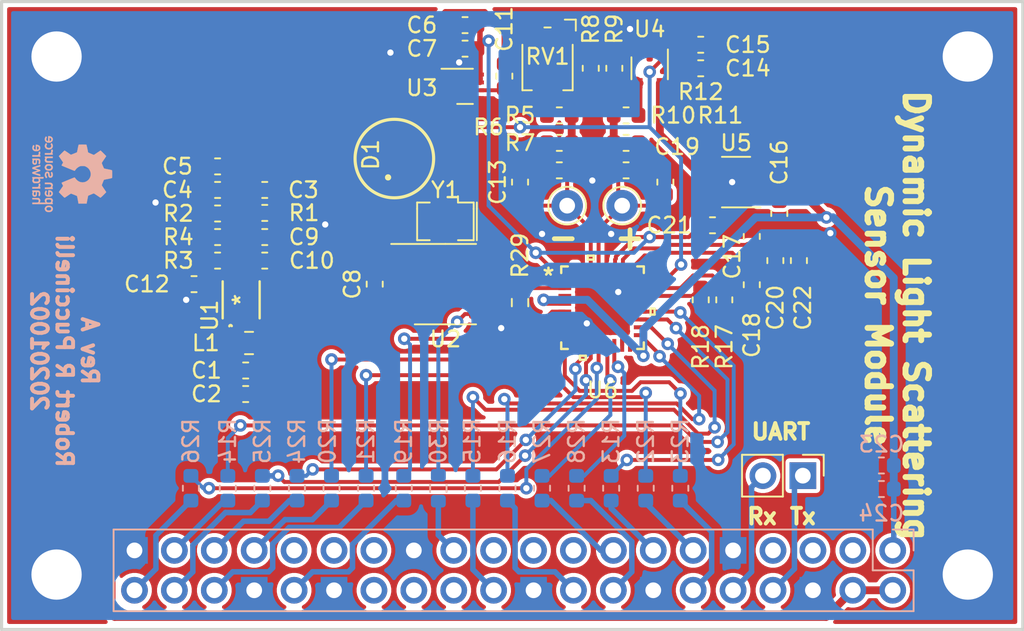
<source format=kicad_pcb>
(kicad_pcb (version 20171130) (host pcbnew "(5.1.7-0-10_14)")
  (layers (0 F.Cu signal) (1 In1.Cu signal hide) (2 In2.Cu signal hide) (31 B.Cu signal) (34 B.Paste user hide) (35 F.Paste user hide) (36 B.SilkS user) (37 F.SilkS user) (38 B.Mask user hide) (39 F.Mask user hide) (44 Edge.Cuts user))
  (net 0 "")
  (net 1 GND)
  (net 2 +5V)
  (net 3 "Net-(C3-Pad1)")
  (net 4 "Net-(C4-Pad1)")
  (net 5 VDDA)
  (net 6 VDD)
  (net 7 /BIAS)
  (net 8 "Net-(C10-Pad1)")
  (net 9 "Net-(C11-Pad2)")
  (net 10 "Net-(C11-Pad1)")
  (net 11 "Net-(C12-Pad1)")
  (net 12 /VIN-)
  (net 13 +3V3)
  (net 14 /REFT)
  (net 15 /REFB)
  (net 16 /VIN+)
  (net 17 "Net-(D1-Pad3)")
  (net 18 "Net-(D1-Pad2)")
  (net 19 /D7)
  (net 20 /D12)
  (net 21 /D6)
  (net 22 /D5)
  (net 23 /D2)
  (net 24 /D1)
  (net 25 /D0)
  (net 26 "Net-(J1-Pad28)")
  (net 27 "Net-(J1-Pad27)")
  (net 28 /CLK)
  (net 29 "Net-(J1-Pad23)")
  (net 30 /D11)
  (net 31 /D10)
  (net 32 /D8)
  (net 33 /D9)
  (net 34 /D13)
  (net 35 /D3)
  (net 36 /D4)
  (net 37 "Net-(J1-Pad8)")
  (net 38 "Net-(J1-Pad7)")
  (net 39 "Net-(L1-Pad2)")
  (net 40 "Net-(R3-Pad2)")
  (net 41 "Net-(R5-Pad1)")
  (net 42 "Net-(R6-Pad1)")
  (net 43 "Net-(R8-Pad2)")
  (net 44 "Net-(R10-Pad2)")
  (net 45 "Net-(R10-Pad1)")
  (net 46 "Net-(R11-Pad1)")
  (net 47 "Net-(R13-Pad2)")
  (net 48 "Net-(R14-Pad2)")
  (net 49 "Net-(R15-Pad2)")
  (net 50 "Net-(R16-Pad2)")
  (net 51 "Net-(R17-Pad1)")
  (net 52 "Net-(R18-Pad1)")
  (net 53 "Net-(R19-Pad2)")
  (net 54 "Net-(R20-Pad2)")
  (net 55 "Net-(R21-Pad2)")
  (net 56 "Net-(R22-Pad2)")
  (net 57 "Net-(R23-Pad2)")
  (net 58 "Net-(R24-Pad2)")
  (net 59 "Net-(R25-Pad2)")
  (net 60 "Net-(R26-Pad2)")
  (net 61 "Net-(R27-Pad2)")
  (net 62 "Net-(R28-Pad2)")
  (net 63 "Net-(U2-Pad8)")
  (net 64 "Net-(U2-Pad7)")
  (net 65 "Net-(U2-Pad1)")
  (net 66 /VREF)
  (net 67 "Net-(U3-Pad2)")
  (net 68 "Net-(U5-Pad4)")
  (net 69 "Net-(U6-Pad21)")
  (net 70 "Net-(U6-Pad3)")
  (net 71 "Net-(U6-Pad1)")
  (net 72 "Net-(R29-Pad2)")
  (net 73 "Net-(J1-Pad24)")
  (net 74 "Net-(J1-Pad31)")
  (net 75 "Net-(J1-Pad29)")
  (net 76 "Net-(J1-Pad26)")
  (net 77 "Net-(J1-Pad21)")
  (net 78 "Net-(J1-Pad19)")
  (net 79 "Net-(J1-Pad17)")
  (net 80 "Net-(J1-Pad10)")
  (net 81 "Net-(J1-Pad5)")
  (net 82 "Net-(J1-Pad3)")
  (module MountingHole:MountingHole_3.2mm_M3_DIN965_Pad (layer F.Cu) (at 129.5 76.5)
    (fp_text reference H4 hide)
    (fp_text value Mount)
    (pad 1 thru_hole circle (at 0 0) (size 5.6 5.6) (drill 3.2) (layers *.Cu *.Mask) (net 1 GND))
  )
  (module MountingHole:MountingHole_3.2mm_M3_DIN965_Pad (layer F.Cu) (at 187.5 76.5)
    (fp_text reference H3 hide)
    (fp_text value Mount)
    (pad 1 thru_hole circle (at 0 0) (size 5.6 5.6) (drill 3.2) (layers *.Cu *.Mask) (net 1 GND))
  )
  (module MountingHole:MountingHole_3.2mm_M3_DIN965_Pad (layer F.Cu) (at 129.5 109.5)
    (fp_text reference H2 hide)
    (fp_text value Mount)
    (pad 1 thru_hole circle (at 0 0) (size 5.6 5.6) (drill 3.2) (layers *.Cu *.Mask) (net 1 GND))
  )
  (module MountingHole:MountingHole_3.2mm_M3_DIN965_Pad (layer F.Cu) (at 187.5 109.5)
    (fp_text reference H1 hide)
    (fp_text value Mount)
    (pad 1 thru_hole circle (at 0 0) (size 5.6 5.6) (drill 3.2) (layers *.Cu *.Mask) (net 1 GND))
  )
  (module Connector_PinSocket_2.54mm:PinSocket_2x20_P2.54mm_Vertical (layer B.Cu) (at 182.72 107.96 90)
    (fp_text reference J1 hide)
    (fp_text value "Pi Header")
    (pad 40 thru_hole circle (at -2.54 -48.26 90) (size 1.7 1.7) (drill 1) (layers *.Cu *.Mask) (net 19 /D7))
    (pad 39 thru_hole rect (at 0 -48.26 90) (size 1.7 1.7) (drill 1) (layers *.Cu *.Mask) (net 1 GND))
    (pad 38 thru_hole oval (at -2.54 -45.72 90) (size 1.7 1.7) (drill 1) (layers *.Cu *.Mask) (net 21 /D6))
    (pad 37 thru_hole oval (at 0 -45.72 90) (size 1.7 1.7) (drill 1) (layers *.Cu *.Mask) (net 20 /D12))
    (pad 36 thru_hole oval (at -2.54 -43.18 90) (size 1.7 1.7) (drill 1) (layers *.Cu *.Mask) (net 23 /D2))
    (pad 35 thru_hole oval (at 0 -43.18 90) (size 1.7 1.7) (drill 1) (layers *.Cu *.Mask) (net 22 /D5))
    (pad 34 thru_hole rect (at -2.54 -40.64 90) (size 1.7 1.7) (drill 1) (layers *.Cu *.Mask) (net 1 GND))
    (pad 33 thru_hole circle (at 0 -40.64 90) (size 1.7 1.7) (drill 1) (layers *.Cu *.Mask) (net 24 /D1))
    (pad 32 thru_hole oval (at -2.54 -38.1 90) (size 1.7 1.7) (drill 1) (layers *.Cu *.Mask) (net 25 /D0))
    (pad 31 thru_hole oval (at 0 -38.1 90) (size 1.7 1.7) (drill 1) (layers *.Cu *.Mask) (net 74 "Net-(J1-Pad31)"))
    (pad 30 thru_hole rect (at -2.54 -35.56 90) (size 1.7 1.7) (drill 1) (layers *.Cu *.Mask) (net 1 GND))
    (pad 29 thru_hole circle (at 0 -35.56 90) (size 1.7 1.7) (drill 1) (layers *.Cu *.Mask) (net 75 "Net-(J1-Pad29)"))
    (pad 28 thru_hole oval (at -2.54 -33.02 90) (size 1.7 1.7) (drill 1) (layers *.Cu *.Mask) (net 26 "Net-(J1-Pad28)"))
    (pad 27 thru_hole oval (at 0 -33.02 90) (size 1.7 1.7) (drill 1) (layers *.Cu *.Mask) (net 27 "Net-(J1-Pad27)"))
    (pad 26 thru_hole circle (at -2.54 -30.48 90) (size 1.7 1.7) (drill 1) (layers *.Cu *.Mask) (net 76 "Net-(J1-Pad26)"))
    (pad 25 thru_hole rect (at 0 -30.48 90) (size 1.7 1.7) (drill 1) (layers *.Cu *.Mask) (net 1 GND))
    (pad 24 thru_hole oval (at -2.54 -27.94 90) (size 1.7 1.7) (drill 1) (layers *.Cu *.Mask) (net 73 "Net-(J1-Pad24)"))
    (pad 23 thru_hole oval (at 0 -27.94 90) (size 1.7 1.7) (drill 1) (layers *.Cu *.Mask) (net 29 "Net-(J1-Pad23)"))
    (pad 22 thru_hole oval (at -2.54 -25.4 90) (size 1.7 1.7) (drill 1) (layers *.Cu *.Mask) (net 30 /D11))
    (pad 21 thru_hole oval (at 0 -25.4 90) (size 1.7 1.7) (drill 1) (layers *.Cu *.Mask) (net 77 "Net-(J1-Pad21)"))
    (pad 20 thru_hole rect (at -2.54 -22.86 90) (size 1.7 1.7) (drill 1) (layers *.Cu *.Mask) (net 1 GND))
    (pad 19 thru_hole circle (at 0 -22.86 90) (size 1.7 1.7) (drill 1) (layers *.Cu *.Mask) (net 78 "Net-(J1-Pad19)"))
    (pad 18 thru_hole oval (at -2.54 -20.32 90) (size 1.7 1.7) (drill 1) (layers *.Cu *.Mask) (net 31 /D10))
    (pad 17 thru_hole oval (at 0 -20.32 90) (size 1.7 1.7) (drill 1) (layers *.Cu *.Mask) (net 79 "Net-(J1-Pad17)"))
    (pad 16 thru_hole oval (at -2.54 -17.78 90) (size 1.7 1.7) (drill 1) (layers *.Cu *.Mask) (net 33 /D9))
    (pad 15 thru_hole oval (at 0 -17.78 90) (size 1.7 1.7) (drill 1) (layers *.Cu *.Mask) (net 32 /D8))
    (pad 14 thru_hole rect (at -2.54 -15.24 90) (size 1.7 1.7) (drill 1) (layers *.Cu *.Mask) (net 1 GND))
    (pad 13 thru_hole circle (at 0 -15.24 90) (size 1.7 1.7) (drill 1) (layers *.Cu *.Mask) (net 34 /D13))
    (pad 12 thru_hole oval (at -2.54 -12.7 90) (size 1.7 1.7) (drill 1) (layers *.Cu *.Mask) (net 36 /D4))
    (pad 11 thru_hole oval (at 0 -12.7 90) (size 1.7 1.7) (drill 1) (layers *.Cu *.Mask) (net 35 /D3))
    (pad 10 thru_hole circle (at -2.54 -10.16 90) (size 1.7 1.7) (drill 1) (layers *.Cu *.Mask) (net 80 "Net-(J1-Pad10)"))
    (pad 9 thru_hole rect (at 0 -10.16 90) (size 1.7 1.7) (drill 1) (layers *.Cu *.Mask) (net 1 GND))
    (pad 8 thru_hole oval (at -2.54 -7.62 90) (size 1.7 1.7) (drill 1) (layers *.Cu *.Mask) (net 37 "Net-(J1-Pad8)"))
    (pad 7 thru_hole oval (at 0 -7.62 90) (size 1.7 1.7) (drill 1) (layers *.Cu *.Mask) (net 38 "Net-(J1-Pad7)"))
    (pad 6 thru_hole rect (at -2.54 -5.08 90) (size 1.7 1.7) (drill 1) (layers *.Cu *.Mask) (net 1 GND))
    (pad 5 thru_hole circle (at 0 -5.08 90) (size 1.7 1.7) (drill 1) (layers *.Cu *.Mask) (net 81 "Net-(J1-Pad5)"))
    (pad 4 thru_hole oval (at -2.54 -2.54 90) (size 1.7 1.7) (drill 1) (layers *.Cu *.Mask) (net 2 +5V))
    (pad 3 thru_hole oval (at 0 -2.54 90) (size 1.7 1.7) (drill 1) (layers *.Cu *.Mask) (net 82 "Net-(J1-Pad3)"))
    (pad 2 thru_hole oval (at -2.54 0 90) (size 1.7 1.7) (drill 1) (layers *.Cu *.Mask) (net 2 +5V))
    (pad 1 thru_hole circle (at 0 0 90) (size 1.7 1.7) (drill 1) (layers *.Cu *.Mask) (net 13 +3V3))
  )
  (module Custom_Footprints:OSHW_logo (layer B.Cu) (at 130.5 84 90)
    (fp_text reference LOGO1 hide)
    (fp_text value Logo_Open_Hardware_Small hide)
  )
  (module Custom_Footprints:AD9245BCPZ-80 (layer F.Cu) (at 164.25 92.5)
    (fp_text reference U6 (at 0 5.25) (layer F.SilkS))
    (fp_text value AD9245BCPZ-65 hide)
    (fp_text user * (at -3.4417 -2) (layer F.SilkS))
    (fp_text user * (at -3.4417 -2) (layer F.SilkS))
    (pad 33 smd rect (at 0 0) (size 3.2512 3.2512) (layers F.Cu F.Paste F.Mask) (net 1 GND))
    (pad 32 smd rect (at -1.749999 -2.4003) (size 0.254 0.8128) (layers F.Cu F.Paste F.Mask) (net 5 VDDA))
    (pad 31 smd rect (at -1.25 -2.4003) (size 0.254 0.8128) (layers F.Cu F.Paste F.Mask) (net 1 GND))
    (pad 30 smd rect (at -0.750001 -2.4003) (size 0.254 0.8128) (layers F.Cu F.Paste F.Mask) (net 12 /VIN-))
    (pad 29 smd rect (at -0.25 -2.4003) (size 0.254 0.8128) (layers F.Cu F.Paste F.Mask) (net 16 /VIN+))
    (pad 28 smd rect (at 0.25 -2.4003) (size 0.254 0.8128) (layers F.Cu F.Paste F.Mask) (net 1 GND))
    (pad 27 smd rect (at 0.750001 -2.4003) (size 0.254 0.8128) (layers F.Cu F.Paste F.Mask) (net 5 VDDA))
    (pad 26 smd rect (at 1.25 -2.4003) (size 0.254 0.8128) (layers F.Cu F.Paste F.Mask) (net 14 /REFT))
    (pad 25 smd rect (at 1.749999 -2.4003) (size 0.254 0.8128) (layers F.Cu F.Paste F.Mask) (net 15 /REFB))
    (pad 24 smd rect (at 2.4003 -1.749999 90) (size 0.254 0.8128) (layers F.Cu F.Paste F.Mask) (net 66 /VREF))
    (pad 23 smd rect (at 2.4003 -1.25 90) (size 0.254 0.8128) (layers F.Cu F.Paste F.Mask) (net 51 "Net-(R17-Pad1)"))
    (pad 22 smd rect (at 2.4003 -0.750001 90) (size 0.254 0.8128) (layers F.Cu F.Paste F.Mask) (net 52 "Net-(R18-Pad1)"))
    (pad 21 smd rect (at 2.4003 -0.25 90) (size 0.254 0.8128) (layers F.Cu F.Paste F.Mask) (net 69 "Net-(U6-Pad21)"))
    (pad 20 smd rect (at 2.4003 0.25 90) (size 0.254 0.8128) (layers F.Cu F.Paste F.Mask) (net 47 "Net-(R13-Pad2)"))
    (pad 19 smd rect (at 2.4003 0.750001 90) (size 0.254 0.8128) (layers F.Cu F.Paste F.Mask) (net 48 "Net-(R14-Pad2)"))
    (pad 18 smd rect (at 2.4003 1.25 90) (size 0.254 0.8128) (layers F.Cu F.Paste F.Mask) (net 49 "Net-(R15-Pad2)"))
    (pad 17 smd rect (at 2.4003 1.749999 90) (size 0.254 0.8128) (layers F.Cu F.Paste F.Mask) (net 50 "Net-(R16-Pad2)"))
    (pad 16 smd rect (at 1.749999 2.4003) (size 0.254 0.8128) (layers F.Cu F.Paste F.Mask) (net 13 +3V3))
    (pad 15 smd rect (at 1.25 2.4003) (size 0.254 0.8128) (layers F.Cu F.Paste F.Mask) (net 1 GND))
    (pad 14 smd rect (at 0.750001 2.4003) (size 0.254 0.8128) (layers F.Cu F.Paste F.Mask) (net 62 "Net-(R28-Pad2)"))
    (pad 13 smd rect (at 0.25 2.4003) (size 0.254 0.8128) (layers F.Cu F.Paste F.Mask) (net 61 "Net-(R27-Pad2)"))
    (pad 12 smd rect (at -0.25 2.4003) (size 0.254 0.8128) (layers F.Cu F.Paste F.Mask) (net 60 "Net-(R26-Pad2)"))
    (pad 11 smd rect (at -0.750001 2.4003) (size 0.254 0.8128) (layers F.Cu F.Paste F.Mask) (net 59 "Net-(R25-Pad2)"))
    (pad 10 smd rect (at -1.25 2.4003) (size 0.254 0.8128) (layers F.Cu F.Paste F.Mask) (net 58 "Net-(R24-Pad2)"))
    (pad 9 smd rect (at -1.749999 2.4003) (size 0.254 0.8128) (layers F.Cu F.Paste F.Mask) (net 57 "Net-(R23-Pad2)"))
    (pad 8 smd rect (at -2.4003 1.749999 90) (size 0.254 0.8128) (layers F.Cu F.Paste F.Mask) (net 56 "Net-(R22-Pad2)"))
    (pad 7 smd rect (at -2.4003 1.25 90) (size 0.254 0.8128) (layers F.Cu F.Paste F.Mask) (net 55 "Net-(R21-Pad2)"))
    (pad 6 smd rect (at -2.4003 0.750001 90) (size 0.254 0.8128) (layers F.Cu F.Paste F.Mask) (net 54 "Net-(R20-Pad2)"))
    (pad 5 smd rect (at -2.4003 0.25 90) (size 0.254 0.8128) (layers F.Cu F.Paste F.Mask) (net 53 "Net-(R19-Pad2)"))
    (pad 4 smd rect (at -2.4003 -0.25 90) (size 0.254 0.8128) (layers F.Cu F.Paste F.Mask) (net 13 +3V3))
    (pad 3 smd rect (at -2.4003 -0.750001 90) (size 0.254 0.8128) (layers F.Cu F.Paste F.Mask) (net 70 "Net-(U6-Pad3)"))
    (pad 2 smd rect (at -2.4003 -1.25 90) (size 0.254 0.8128) (layers F.Cu F.Paste F.Mask) (net 72 "Net-(R29-Pad2)"))
    (pad 1 smd rect (at -2.4003 -1.749999 90) (size 0.254 0.8128) (layers F.Cu F.Paste F.Mask) (net 71 "Net-(U6-Pad1)"))
  )
  (module Custom_Footprints:LT8410EDC-TRMPBF (layer F.Cu) (at 141.25 92 90)
    (fp_text reference U1 (at -1 -2 90) (layer F.SilkS))
    (fp_text value LT8410EDC-TRMPBF hide)
    (fp_text user * (at 0 0 90) (layer F.SilkS))
    (pad 9 smd rect (at 0 0 90) (size 0.74 1.47) (layers F.Cu F.Paste F.Mask) (net 1 GND))
    (pad 8 smd rect (at 0.952401 -0.675 90) (size 0.8048 0.2292) (layers F.Cu F.Paste F.Mask) (net 40 "Net-(R3-Pad2)"))
    (pad 7 smd rect (at 0.952401 -0.225001 90) (size 0.8048 0.2292) (layers F.Cu F.Paste F.Mask) (net 11 "Net-(C12-Pad1)"))
    (pad 6 smd rect (at 0.952401 0.225001 90) (size 0.8048 0.2292) (layers F.Cu F.Paste F.Mask) (net 8 "Net-(C10-Pad1)"))
    (pad 5 smd rect (at 0.952401 0.675 90) (size 0.8048 0.2292) (layers F.Cu F.Paste F.Mask) (net 7 /BIAS))
    (pad 4 smd rect (at -0.952401 0.675 90) (size 0.8048 0.2292) (layers F.Cu F.Paste F.Mask) (net 39 "Net-(L1-Pad2)"))
    (pad 3 smd rect (at -0.952401 0.225001 90) (size 0.8048 0.2292) (layers F.Cu F.Paste F.Mask) (net 1 GND))
    (pad 2 smd rect (at -0.952401 -0.225001 90) (size 0.8048 0.2292) (layers F.Cu F.Paste F.Mask) (net 2 +5V))
    (pad 1 smd rect (at -0.952401 -0.675 90) (size 0.8048 0.2292) (layers F.Cu F.Paste F.Mask) (net 2 +5V))
  )
  (module Resistor_SMD:R_0603_1608Metric (layer F.Cu) (at 139.75 88)
    (fp_text reference R4 (at -2.5 0) (layer F.SilkS))
    (fp_text value 887K)
    (pad 2 smd roundrect (at 0.7875 0) (size 0.875 0.95) (layers F.Cu F.Paste F.Mask) (net 40 "Net-(R3-Pad2)"))
    (pad 1 smd roundrect (at -0.7875 0) (size 0.875 0.95) (layers F.Cu F.Paste F.Mask) (net 1 GND))
  )
  (module Resistor_SMD:R_0603_1608Metric (layer F.Cu) (at 139.75 89.5 180)
    (fp_text reference R3 (at 2.5 0) (layer F.SilkS))
    (fp_text value 110K)
    (pad 2 smd roundrect (at 0.7875 0 180) (size 0.875 0.95) (layers F.Cu F.Paste F.Mask) (net 40 "Net-(R3-Pad2)"))
    (pad 1 smd roundrect (at -0.7875 0 180) (size 0.875 0.95) (layers F.Cu F.Paste F.Mask) (net 11 "Net-(C12-Pad1)"))
  )
  (module Resistor_SMD:R_0603_1608Metric (layer F.Cu) (at 139.75 86.5)
    (fp_text reference R2 (at -2.5 0) (layer F.SilkS))
    (fp_text value 50R)
    (pad 2 smd roundrect (at 0.7875 0) (size 0.875 0.95) (layers F.Cu F.Paste F.Mask) (net 3 "Net-(C3-Pad1)"))
    (pad 1 smd roundrect (at -0.7875 0) (size 0.875 0.95) (layers F.Cu F.Paste F.Mask) (net 4 "Net-(C4-Pad1)"))
  )
  (module Resistor_SMD:R_0603_1608Metric (layer F.Cu) (at 142.75 86.4625)
    (fp_text reference R1 (at 2.5 0) (layer F.SilkS))
    (fp_text value 50R)
    (pad 2 smd roundrect (at 0.7875 0) (size 0.875 0.95) (layers F.Cu F.Paste F.Mask) (net 7 /BIAS))
    (pad 1 smd roundrect (at -0.7875 0) (size 0.875 0.95) (layers F.Cu F.Paste F.Mask) (net 3 "Net-(C3-Pad1)"))
  )
  (module Inductor_SMD:L_0805_2012Metric (layer F.Cu) (at 141.75 94.75)
    (fp_text reference L1 (at -2.75 0) (layer F.SilkS))
    (fp_text value 68uH)
    (pad 2 smd roundrect (at 0.9375 0) (size 0.975 1.4) (layers F.Cu F.Paste F.Mask) (net 39 "Net-(L1-Pad2)"))
    (pad 1 smd roundrect (at -0.9375 0) (size 0.975 1.4) (layers F.Cu F.Paste F.Mask) (net 2 +5V))
  )
  (module Capacitor_SMD:C_0603_1608Metric (layer F.Cu) (at 138.25 91 180)
    (fp_text reference C12 (at 3 0) (layer F.SilkS))
    (fp_text value 100nF)
    (pad 2 smd roundrect (at 0.7875 0 180) (size 0.875 0.95) (layers F.Cu F.Paste F.Mask) (net 1 GND))
    (pad 1 smd roundrect (at -0.7875 0 180) (size 0.875 0.95) (layers F.Cu F.Paste F.Mask) (net 11 "Net-(C12-Pad1)"))
  )
  (module Capacitor_SMD:C_0603_1608Metric (layer F.Cu) (at 142.75 89.5)
    (fp_text reference C10 (at 3 0) (layer F.SilkS))
    (fp_text value 100nF)
    (pad 2 smd roundrect (at 0.7875 0) (size 0.875 0.95) (layers F.Cu F.Paste F.Mask) (net 1 GND))
    (pad 1 smd roundrect (at -0.7875 0) (size 0.875 0.95) (layers F.Cu F.Paste F.Mask) (net 8 "Net-(C10-Pad1)"))
  )
  (module Capacitor_SMD:C_0603_1608Metric (layer F.Cu) (at 142.75 88)
    (fp_text reference C9 (at 2.5 0) (layer F.SilkS))
    (fp_text value 100nF)
    (pad 2 smd roundrect (at 0.7875 0) (size 0.875 0.95) (layers F.Cu F.Paste F.Mask) (net 1 GND))
    (pad 1 smd roundrect (at -0.7875 0) (size 0.875 0.95) (layers F.Cu F.Paste F.Mask) (net 7 /BIAS))
  )
  (module Capacitor_SMD:C_0603_1608Metric (layer F.Cu) (at 139.75 83.5 180)
    (fp_text reference C5 (at 2.56 0) (layer F.SilkS))
    (fp_text value 100pF)
    (pad 2 smd roundrect (at 0.7875 0 180) (size 0.875 0.95) (layers F.Cu F.Paste F.Mask) (net 1 GND))
    (pad 1 smd roundrect (at -0.7875 0 180) (size 0.875 0.95) (layers F.Cu F.Paste F.Mask) (net 4 "Net-(C4-Pad1)"))
  )
  (module Capacitor_SMD:C_0603_1608Metric (layer F.Cu) (at 139.75 85 180)
    (fp_text reference C4 (at 2.56 0) (layer F.SilkS))
    (fp_text value 10nF)
    (pad 2 smd roundrect (at 0.7875 0 180) (size 0.875 0.95) (layers F.Cu F.Paste F.Mask) (net 1 GND))
    (pad 1 smd roundrect (at -0.7875 0 180) (size 0.875 0.95) (layers F.Cu F.Paste F.Mask) (net 4 "Net-(C4-Pad1)"))
  )
  (module Capacitor_SMD:C_0603_1608Metric (layer F.Cu) (at 142.75 85)
    (fp_text reference C3 (at 2.4625 0) (layer F.SilkS))
    (fp_text value 100nF)
    (pad 2 smd roundrect (at 0.7875 0) (size 0.875 0.95) (layers F.Cu F.Paste F.Mask) (net 1 GND))
    (pad 1 smd roundrect (at -0.7875 0) (size 0.875 0.95) (layers F.Cu F.Paste F.Mask) (net 3 "Net-(C3-Pad1)"))
  )
  (module Capacitor_SMD:C_0603_1608Metric (layer F.Cu) (at 141.5375 98)
    (fp_text reference C2 (at -2.5 0) (layer F.SilkS))
    (fp_text value 1uF)
    (pad 2 smd roundrect (at 0.7875 0) (size 0.875 0.95) (layers F.Cu F.Paste F.Mask) (net 1 GND))
    (pad 1 smd roundrect (at -0.7875 0) (size 0.875 0.95) (layers F.Cu F.Paste F.Mask) (net 2 +5V))
  )
  (module Capacitor_SMD:C_0603_1608Metric (layer F.Cu) (at 141.5375 96.5)
    (fp_text reference C1 (at -2.5 0) (layer F.SilkS))
    (fp_text value 1uF)
    (pad 2 smd roundrect (at 0.7875 0) (size 0.875 0.95) (layers F.Cu F.Paste F.Mask) (net 1 GND))
    (pad 1 smd roundrect (at -0.7875 0) (size 0.875 0.95) (layers F.Cu F.Paste F.Mask) (net 2 +5V))
  )
  (module Resistor_SMD:R_0603_1608Metric (layer B.Cu) (at 153.8 104 90)
    (fp_text reference R30 (at 3 0 270) (layer B.SilkS) (effects (justify mirror)))
    (fp_text value 220R)
    (pad 2 smd roundrect (at 0.825 0 90) (size 0.8 0.95) (layers B.Cu B.Paste B.Mask) (net 28 /CLK))
    (pad 1 smd roundrect (at -0.825 0 90) (size 0.8 0.95) (layers B.Cu B.Paste B.Mask) (net 29 "Net-(J1-Pad23)"))
  )
  (module TestPoint:TestPoint_THTPad_D2.0mm_Drill1.0mm (layer F.Cu) (at 162 86)
    (fp_text reference TP1 hide)
    (fp_text value TestPoint)
    (pad 1 thru_hole circle (at 0 0) (size 2 2) (drill 1) (layers *.Cu *.Mask) (net 12 /VIN-))
  )
  (module Resistor_SMD:R_0603_1608Metric (layer F.Cu) (at 159 92.175 90)
    (fp_text reference R29 (at 3 0 90) (layer F.SilkS))
    (fp_text value 220R)
    (pad 2 smd roundrect (at 0.825 0 90) (size 0.8 0.95) (layers F.Cu F.Paste F.Mask) (net 72 "Net-(R29-Pad2)"))
    (pad 1 smd roundrect (at -0.825 0 90) (size 0.8 0.95) (layers F.Cu F.Paste F.Mask) (net 28 /CLK))
  )
  (module Crystal:Resonator_SMD_muRata_CSTxExxV-3Pin_3.0x1.1mm (layer F.Cu) (at 154.25 87 180)
    (fp_text reference Y1 (at 0 2) (layer F.SilkS))
    (fp_text value "16MHz Resonator")
    (pad 3 smd rect (at 1.2 0 180) (size 0.4 1.9) (layers F.Cu F.Paste F.Mask) (net 65 "Net-(U2-Pad1)"))
    (pad 2 smd rect (at 0 0 180) (size 0.4 1.9) (layers F.Cu F.Paste F.Mask) (net 1 GND))
    (pad 1 smd rect (at -1.2 0 180) (size 0.4 1.9) (layers F.Cu F.Paste F.Mask) (net 63 "Net-(U2-Pad8)"))
  )
  (module Package_TO_SOT_SMD:SOT-23-5 (layer F.Cu) (at 172.75 84.5 180)
    (fp_text reference U5 (at 0 2.5) (layer F.SilkS))
    (fp_text value LP5907MFX-3.1)
    (pad 5 smd rect (at 1.1 -0.95 180) (size 1.06 0.65) (layers F.Cu F.Paste F.Mask) (net 5 VDDA))
    (pad 4 smd rect (at 1.1 0.95 180) (size 1.06 0.65) (layers F.Cu F.Paste F.Mask) (net 68 "Net-(U5-Pad4)"))
    (pad 3 smd rect (at -1.1 0.95 180) (size 1.06 0.65) (layers F.Cu F.Paste F.Mask) (net 13 +3V3))
    (pad 2 smd rect (at -1.1 0 180) (size 1.06 0.65) (layers F.Cu F.Paste F.Mask) (net 1 GND))
    (pad 1 smd rect (at -1.1 -0.95 180) (size 1.06 0.65) (layers F.Cu F.Paste F.Mask) (net 13 +3V3))
  )
  (module Package_TO_SOT_SMD:SOT-353_SC-70-5 (layer F.Cu) (at 167.25 77.25 270)
    (fp_text reference U4 (at -2.5 0 180) (layer F.SilkS))
    (fp_text value MIC920)
    (pad 5 smd rect (at 0.95 -0.65 270) (size 0.65 0.4) (layers F.Cu F.Paste F.Mask) (net 5 VDDA))
    (pad 4 smd rect (at 0.95 0.65 270) (size 0.65 0.4) (layers F.Cu F.Paste F.Mask) (net 44 "Net-(R10-Pad2)"))
    (pad 2 smd rect (at -0.95 0 270) (size 0.65 0.4) (layers F.Cu F.Paste F.Mask) (net 1 GND))
    (pad 3 smd rect (at -0.95 0.65 270) (size 0.65 0.4) (layers F.Cu F.Paste F.Mask) (net 43 "Net-(R8-Pad2)"))
    (pad 1 smd rect (at -0.95 -0.65 270) (size 0.65 0.4) (layers F.Cu F.Paste F.Mask) (net 66 /VREF))
  )
  (module Package_SON:WSON-8-1EP_2x2mm_P0.5mm_EP0.9x1.6mm (layer F.Cu) (at 155.5 78.4)
    (fp_text reference U3 (at -2.75 0.1) (layer F.SilkS))
    (fp_text value OPA855xDSG)
    (pad 6 smd rect (at 0.95 0.25) (size 0.5 0.25) (layers F.Cu F.Paste F.Mask) (net 9 "Net-(C11-Pad2)"))
    (pad 5 smd rect (at 0.95 0.75) (size 0.5 0.25) (layers F.Cu F.Paste F.Mask) (net 1 GND))
    (pad 4 smd rect (at -0.95 0.75) (size 0.5 0.25) (layers F.Cu F.Paste F.Mask) (net 66 /VREF))
    (pad 2 smd rect (at -0.95 -0.25) (size 0.5 0.25) (layers F.Cu F.Paste F.Mask) (net 67 "Net-(U3-Pad2)"))
    (pad 1 smd rect (at -0.95 -0.75) (size 0.5 0.25) (layers F.Cu F.Paste F.Mask) (net 10 "Net-(C11-Pad1)"))
    (pad 9 smd rect (at 0 0) (size 0.9 1.6) (layers F.Cu F.Mask) (net 1 GND))
    (pad 8 smd rect (at 0.95 -0.75) (size 0.5 0.25) (layers F.Cu F.Paste F.Mask) (net 5 VDDA))
    (pad 7 smd rect (at 0.95 -0.25) (size 0.5 0.25) (layers F.Cu F.Paste F.Mask) (net 5 VDDA))
    (pad 3 smd rect (at -0.95 0.25) (size 0.5 0.25) (layers F.Cu F.Paste F.Mask) (net 17 "Net-(D1-Pad3)"))
  )
  (module Package_SO:SOIC-8_3.9x4.9mm_P1.27mm (layer F.Cu) (at 154.25 91)
    (fp_text reference U2 (at 0 3.5) (layer F.SilkS))
    (fp_text value 501MLFT)
    (pad 8 smd roundrect (at 2.475 -1.905) (size 1.95 0.6) (layers F.Cu F.Paste F.Mask) (net 63 "Net-(U2-Pad8)"))
    (pad 7 smd roundrect (at 2.475 -0.635) (size 1.95 0.6) (layers F.Cu F.Paste F.Mask) (net 64 "Net-(U2-Pad7)"))
    (pad 6 smd roundrect (at 2.475 0.635) (size 1.95 0.6) (layers F.Cu F.Paste F.Mask) (net 1 GND))
    (pad 5 smd roundrect (at 2.475 1.905) (size 1.95 0.6) (layers F.Cu F.Paste F.Mask) (net 28 /CLK))
    (pad 4 smd roundrect (at -2.475 1.905) (size 1.95 0.6) (layers F.Cu F.Paste F.Mask) (net 1 GND))
    (pad 3 smd roundrect (at -2.475 0.635) (size 1.95 0.6) (layers F.Cu F.Paste F.Mask) (net 1 GND))
    (pad 2 smd roundrect (at -2.475 -0.635) (size 1.95 0.6) (layers F.Cu F.Paste F.Mask) (net 6 VDD))
    (pad 1 smd roundrect (at -2.475 -1.905) (size 1.95 0.6) (layers F.Cu F.Paste F.Mask) (net 65 "Net-(U2-Pad1)"))
  )
  (module TestPoint:TestPoint_THTPad_D2.0mm_Drill1.0mm (layer F.Cu) (at 165.5 86)
    (fp_text reference TP2 hide)
    (fp_text value TestPoint)
    (pad 1 thru_hole circle (at 0 0) (size 2 2) (drill 1) (layers *.Cu *.Mask) (net 16 /VIN+))
  )
  (module Potentiometer_SMD:Potentiometer_Bourns_TC33X_Vertical (layer F.Cu) (at 160.75 76.75 270)
    (fp_text reference RV1 (at -0.25 0 180) (layer F.SilkS))
    (fp_text value 10K)
    (pad 2 smd rect (at 1.45 0 270) (size 1.5 1.6) (layers F.Cu F.Paste F.Mask) (net 9 "Net-(C11-Pad2)"))
    (pad 3 smd rect (at -1.8 1 270) (size 1.2 1.2) (layers F.Cu F.Paste F.Mask) (net 1 GND))
    (pad 1 smd rect (at -1.8 -1 270) (size 1.2 1.2) (layers F.Cu F.Paste F.Mask) (net 10 "Net-(C11-Pad1)"))
  )
  (module Resistor_SMD:R_0603_1608Metric (layer B.Cu) (at 162.6 104 90)
    (fp_text reference R28 (at 3 0 270) (layer B.SilkS) (effects (justify mirror)))
    (fp_text value 220R)
    (pad 2 smd roundrect (at 0.7875 0 90) (size 0.875 0.95) (layers B.Cu B.Paste B.Mask) (net 62 "Net-(R28-Pad2)"))
    (pad 1 smd roundrect (at -0.7875 0 90) (size 0.875 0.95) (layers B.Cu B.Paste B.Mask) (net 33 /D9))
  )
  (module Resistor_SMD:R_0603_1608Metric (layer B.Cu) (at 160.4 104 90)
    (fp_text reference R27 (at 3 0 270) (layer B.SilkS) (effects (justify mirror)))
    (fp_text value 220R)
    (pad 2 smd roundrect (at 0.7875 0 90) (size 0.875 0.95) (layers B.Cu B.Paste B.Mask) (net 61 "Net-(R27-Pad2)"))
    (pad 1 smd roundrect (at -0.7875 0 90) (size 0.875 0.95) (layers B.Cu B.Paste B.Mask) (net 32 /D8))
  )
  (module Resistor_SMD:R_0603_1608Metric (layer B.Cu) (at 138.05 104 90)
    (fp_text reference R26 (at 3 0 270) (layer B.SilkS) (effects (justify mirror)))
    (fp_text value 220R)
    (pad 2 smd roundrect (at 0.7875 0 90) (size 0.875 0.95) (layers B.Cu B.Paste B.Mask) (net 60 "Net-(R26-Pad2)"))
    (pad 1 smd roundrect (at -0.7875 0 90) (size 0.875 0.95) (layers B.Cu B.Paste B.Mask) (net 19 /D7))
  )
  (module Resistor_SMD:R_0603_1608Metric (layer B.Cu) (at 142.6 104 90)
    (fp_text reference R25 (at 3 0 270) (layer B.SilkS) (effects (justify mirror)))
    (fp_text value 220R)
    (pad 2 smd roundrect (at 0.7875 0 90) (size 0.875 0.95) (layers B.Cu B.Paste B.Mask) (net 59 "Net-(R25-Pad2)"))
    (pad 1 smd roundrect (at -0.7875 0 90) (size 0.875 0.95) (layers B.Cu B.Paste B.Mask) (net 21 /D6))
  )
  (module Resistor_SMD:R_0603_1608Metric (layer B.Cu) (at 144.8 104 90)
    (fp_text reference R24 (at 3 0 270) (layer B.SilkS) (effects (justify mirror)))
    (fp_text value 220R)
    (pad 2 smd roundrect (at 0.7875 0 90) (size 0.875 0.95) (layers B.Cu B.Paste B.Mask) (net 58 "Net-(R24-Pad2)"))
    (pad 1 smd roundrect (at -0.7875 0 90) (size 0.875 0.95) (layers B.Cu B.Paste B.Mask) (net 22 /D5))
  )
  (module Resistor_SMD:R_0603_1608Metric (layer B.Cu) (at 169.2 104 90)
    (fp_text reference R23 (at 3 0 270) (layer B.SilkS) (effects (justify mirror)))
    (fp_text value 220R)
    (pad 2 smd roundrect (at 0.7875 0 90) (size 0.875 0.95) (layers B.Cu B.Paste B.Mask) (net 57 "Net-(R23-Pad2)"))
    (pad 1 smd roundrect (at -0.7875 0 90) (size 0.875 0.95) (layers B.Cu B.Paste B.Mask) (net 36 /D4))
  )
  (module Resistor_SMD:R_0603_1608Metric (layer B.Cu) (at 167 104 90)
    (fp_text reference R22 (at 3 0 270) (layer B.SilkS) (effects (justify mirror)))
    (fp_text value 220R)
    (pad 2 smd roundrect (at 0.7875 0 90) (size 0.875 0.95) (layers B.Cu B.Paste B.Mask) (net 56 "Net-(R22-Pad2)"))
    (pad 1 smd roundrect (at -0.7875 0 90) (size 0.875 0.95) (layers B.Cu B.Paste B.Mask) (net 35 /D3))
  )
  (module Resistor_SMD:R_0603_1608Metric (layer B.Cu) (at 149.2 104 90)
    (fp_text reference R21 (at 3 0 270) (layer B.SilkS) (effects (justify mirror)))
    (fp_text value 220R)
    (pad 2 smd roundrect (at 0.7875 0 90) (size 0.875 0.95) (layers B.Cu B.Paste B.Mask) (net 55 "Net-(R21-Pad2)"))
    (pad 1 smd roundrect (at -0.7875 0 90) (size 0.875 0.95) (layers B.Cu B.Paste B.Mask) (net 23 /D2))
  )
  (module Resistor_SMD:R_0603_1608Metric (layer B.Cu) (at 147 104 90)
    (fp_text reference R20 (at 3 -0.25 270) (layer B.SilkS) (effects (justify mirror)))
    (fp_text value 220R)
    (pad 2 smd roundrect (at 0.7875 0 90) (size 0.875 0.95) (layers B.Cu B.Paste B.Mask) (net 54 "Net-(R20-Pad2)"))
    (pad 1 smd roundrect (at -0.7875 0 90) (size 0.875 0.95) (layers B.Cu B.Paste B.Mask) (net 24 /D1))
  )
  (module Resistor_SMD:R_0603_1608Metric (layer B.Cu) (at 151.6 104 90)
    (fp_text reference R19 (at 3 0 270) (layer B.SilkS) (effects (justify mirror)))
    (fp_text value 220R)
    (pad 2 smd roundrect (at 0.7875 0 90) (size 0.875 0.95) (layers B.Cu B.Paste B.Mask) (net 53 "Net-(R19-Pad2)"))
    (pad 1 smd roundrect (at -0.7875 0 90) (size 0.875 0.95) (layers B.Cu B.Paste B.Mask) (net 25 /D0))
  )
  (module Resistor_SMD:R_0603_1608Metric (layer F.Cu) (at 170.5 92 270)
    (fp_text reference R18 (at 3 0 90) (layer F.SilkS))
    (fp_text value 220R)
    (pad 2 smd roundrect (at 0.7875 0 270) (size 0.875 0.95) (layers F.Cu F.Paste F.Mask) (net 1 GND))
    (pad 1 smd roundrect (at -0.7875 0 270) (size 0.875 0.95) (layers F.Cu F.Paste F.Mask) (net 52 "Net-(R18-Pad1)"))
  )
  (module Resistor_SMD:R_0603_1608Metric (layer F.Cu) (at 172 92 270)
    (fp_text reference R17 (at 3 0 90) (layer F.SilkS))
    (fp_text value 220R)
    (pad 2 smd roundrect (at 0.7875 0 270) (size 0.875 0.95) (layers F.Cu F.Paste F.Mask) (net 1 GND))
    (pad 1 smd roundrect (at -0.7875 0 270) (size 0.875 0.95) (layers F.Cu F.Paste F.Mask) (net 51 "Net-(R17-Pad1)"))
  )
  (module Resistor_SMD:R_0603_1608Metric (layer B.Cu) (at 158.2 104 90)
    (fp_text reference R16 (at 3 0 270) (layer B.SilkS) (effects (justify mirror)))
    (fp_text value 220R)
    (pad 2 smd roundrect (at 0.7875 0 90) (size 0.875 0.95) (layers B.Cu B.Paste B.Mask) (net 50 "Net-(R16-Pad2)"))
    (pad 1 smd roundrect (at -0.7875 0 90) (size 0.875 0.95) (layers B.Cu B.Paste B.Mask) (net 31 /D10))
  )
  (module Resistor_SMD:R_0603_1608Metric (layer B.Cu) (at 156 104 90)
    (fp_text reference R15 (at 3.01 -0.04 270) (layer B.SilkS) (effects (justify mirror)))
    (fp_text value 220R)
    (pad 2 smd roundrect (at 0.7875 0 90) (size 0.875 0.95) (layers B.Cu B.Paste B.Mask) (net 49 "Net-(R15-Pad2)"))
    (pad 1 smd roundrect (at -0.7875 0 90) (size 0.875 0.95) (layers B.Cu B.Paste B.Mask) (net 30 /D11))
  )
  (module Resistor_SMD:R_0603_1608Metric (layer B.Cu) (at 140.4 104 90)
    (fp_text reference R14 (at 3 0 270) (layer B.SilkS) (effects (justify mirror)))
    (fp_text value 220R)
    (pad 2 smd roundrect (at 0.7875 0 90) (size 0.875 0.95) (layers B.Cu B.Paste B.Mask) (net 48 "Net-(R14-Pad2)"))
    (pad 1 smd roundrect (at -0.7875 0 90) (size 0.875 0.95) (layers B.Cu B.Paste B.Mask) (net 20 /D12))
  )
  (module Resistor_SMD:R_0603_1608Metric (layer B.Cu) (at 164.8 104 90)
    (fp_text reference R13 (at 3 0 270) (layer B.SilkS) (effects (justify mirror)))
    (fp_text value 220R)
    (pad 2 smd roundrect (at 0.7875 0 90) (size 0.875 0.95) (layers B.Cu B.Paste B.Mask) (net 47 "Net-(R13-Pad2)"))
    (pad 1 smd roundrect (at -0.7875 0 90) (size 0.875 0.95) (layers B.Cu B.Paste B.Mask) (net 34 /D13))
  )
  (module Resistor_SMD:R_0603_1608Metric (layer F.Cu) (at 165.75 83.75 180)
    (fp_text reference R12 (at -4.75 5 180) (layer F.SilkS))
    (fp_text value 50R)
    (pad 2 smd roundrect (at 0.7875 0 180) (size 0.875 0.95) (layers F.Cu F.Paste F.Mask) (net 16 /VIN+))
    (pad 1 smd roundrect (at -0.7875 0 180) (size 0.875 0.95) (layers F.Cu F.Paste F.Mask) (net 46 "Net-(R11-Pad1)"))
  )
  (module Resistor_SMD:R_0603_1608Metric (layer F.Cu) (at 165.75 82 180)
    (fp_text reference R11 (at -6 1.75) (layer F.SilkS))
    (fp_text value 50R)
    (pad 2 smd roundrect (at 0.7875 0 180) (size 0.875 0.95) (layers F.Cu F.Paste F.Mask) (net 45 "Net-(R10-Pad1)"))
    (pad 1 smd roundrect (at -0.7875 0 180) (size 0.875 0.95) (layers F.Cu F.Paste F.Mask) (net 46 "Net-(R11-Pad1)"))
  )
  (module Resistor_SMD:R_0603_1608Metric (layer F.Cu) (at 165.75 80.25)
    (fp_text reference R10 (at 3 0) (layer F.SilkS))
    (fp_text value 50R)
    (pad 2 smd roundrect (at 0.7875 0) (size 0.875 0.95) (layers F.Cu F.Paste F.Mask) (net 44 "Net-(R10-Pad2)"))
    (pad 1 smd roundrect (at -0.7875 0) (size 0.875 0.95) (layers F.Cu F.Paste F.Mask) (net 45 "Net-(R10-Pad1)"))
  )
  (module Resistor_SMD:R_0603_1608Metric (layer F.Cu) (at 165 77.25 270)
    (fp_text reference R9 (at -2.5 0 270) (layer F.SilkS))
    (fp_text value 220R)
    (pad 2 smd roundrect (at 0.7875 0 270) (size 0.875 0.95) (layers F.Cu F.Paste F.Mask) (net 44 "Net-(R10-Pad2)"))
    (pad 1 smd roundrect (at -0.7875 0 270) (size 0.875 0.95) (layers F.Cu F.Paste F.Mask) (net 43 "Net-(R8-Pad2)"))
  )
  (module Resistor_SMD:R_0603_1608Metric (layer F.Cu) (at 163.5 77.25 90)
    (fp_text reference R8 (at 2.5 0 90) (layer F.SilkS))
    (fp_text value 220R)
    (pad 2 smd roundrect (at 0.7875 0 90) (size 0.875 0.95) (layers F.Cu F.Paste F.Mask) (net 43 "Net-(R8-Pad2)"))
    (pad 1 smd roundrect (at -0.7875 0 90) (size 0.875 0.95) (layers F.Cu F.Paste F.Mask) (net 9 "Net-(C11-Pad2)"))
  )
  (module Resistor_SMD:R_0603_1608Metric (layer F.Cu) (at 161.5 83.75)
    (fp_text reference R7 (at -2.5 -1.75) (layer F.SilkS))
    (fp_text value 50R)
    (pad 2 smd roundrect (at 0.7875 0) (size 0.875 0.95) (layers F.Cu F.Paste F.Mask) (net 12 /VIN-))
    (pad 1 smd roundrect (at -0.7875 0) (size 0.875 0.95) (layers F.Cu F.Paste F.Mask) (net 42 "Net-(R6-Pad1)"))
  )
  (module Resistor_SMD:R_0603_1608Metric (layer F.Cu) (at 161.5 82)
    (fp_text reference R6 (at -4.5 -1) (layer F.SilkS))
    (fp_text value 50R)
    (pad 2 smd roundrect (at 0.7875 0) (size 0.875 0.95) (layers F.Cu F.Paste F.Mask) (net 41 "Net-(R5-Pad1)"))
    (pad 1 smd roundrect (at -0.7875 0) (size 0.875 0.95) (layers F.Cu F.Paste F.Mask) (net 42 "Net-(R6-Pad1)"))
  )
  (module Resistor_SMD:R_0603_1608Metric (layer F.Cu) (at 161.5 80.25 180)
    (fp_text reference R5 (at 2.5 0) (layer F.SilkS))
    (fp_text value 50R)
    (pad 2 smd roundrect (at 0.7875 0 180) (size 0.875 0.95) (layers F.Cu F.Paste F.Mask) (net 9 "Net-(C11-Pad2)"))
    (pad 1 smd roundrect (at -0.7875 0 180) (size 0.875 0.95) (layers F.Cu F.Paste F.Mask) (net 41 "Net-(R5-Pad1)"))
  )
  (module Connector_PinHeader_2.54mm:PinHeader_1x02_P2.54mm_Vertical (layer F.Cu) (at 177 103.2 270)
    (fp_text reference J2 hide)
    (fp_text value UART)
    (pad 2 thru_hole oval (at 0 2.54 270) (size 1.7 1.7) (drill 1) (layers *.Cu *.Mask) (net 80 "Net-(J1-Pad10)"))
    (pad 1 thru_hole rect (at 0 0 270) (size 1.7 1.7) (drill 1) (layers *.Cu *.Mask) (net 37 "Net-(J1-Pad8)"))
  )
  (module Custom_Footprints:CASE_512AK (layer F.Cu) (at 151 83)
    (fp_text reference D1 (at -1.5 -0.25 90) (layer F.SilkS))
    (fp_text value MICRORB-10020)
    (pad 4 smd rect (at -0.4 -0.625) (size 0.35 0.55) (layers F.Cu F.Paste F.Mask) (net 1 GND))
    (pad 3 smd rect (at 0.4 -0.625) (size 0.35 0.55) (layers F.Cu F.Paste F.Mask) (net 17 "Net-(D1-Pad3)"))
    (pad 2 smd rect (at 0.4 0.625) (size 0.35 0.55) (layers F.Cu F.Paste F.Mask) (net 18 "Net-(D1-Pad2)"))
    (pad 1 smd rect (at -0.4 0.625) (size 0.35 0.55) (layers F.Cu F.Paste F.Mask) (net 4 "Net-(C4-Pad1)"))
  )
  (module Capacitor_SMD:C_0603_1608Metric (layer B.Cu) (at 182 104.05)
    (fp_text reference C24 (at 0 1.55) (layer B.SilkS) (effects (justify mirror)))
    (fp_text value 1uF)
    (pad 2 smd roundrect (at 0.7875 0) (size 0.875 0.95) (layers B.Cu B.Paste B.Mask) (net 13 +3V3))
    (pad 1 smd roundrect (at -0.7875 0) (size 0.875 0.95) (layers B.Cu B.Paste B.Mask) (net 1 GND))
  )
  (module Capacitor_SMD:C_0603_1608Metric (layer B.Cu) (at 182 102.55)
    (fp_text reference C23 (at 0 -1.35) (layer B.SilkS) (effects (justify mirror)))
    (fp_text value 100nF)
    (pad 2 smd roundrect (at 0.7875 0) (size 0.875 0.95) (layers B.Cu B.Paste B.Mask) (net 13 +3V3))
    (pad 1 smd roundrect (at -0.7875 0) (size 0.875 0.95) (layers B.Cu B.Paste B.Mask) (net 1 GND))
  )
  (module Capacitor_SMD:C_0603_1608Metric (layer F.Cu) (at 176.75 89.5 270)
    (fp_text reference C22 (at 3 -0.25 270) (layer F.SilkS))
    (fp_text value 1uF)
    (pad 2 smd roundrect (at 0.7875 0 270) (size 0.875 0.95) (layers F.Cu F.Paste F.Mask) (net 15 /REFB))
    (pad 1 smd roundrect (at -0.7875 0 270) (size 0.875 0.95) (layers F.Cu F.Paste F.Mask) (net 14 /REFT))
  )
  (module Capacitor_SMD:C_0603_1608Metric (layer F.Cu) (at 171.25 87.25)
    (fp_text reference C21 (at -2.75 0) (layer F.SilkS))
    (fp_text value 1uF)
    (pad 2 smd roundrect (at 0.7875 0) (size 0.875 0.95) (layers F.Cu F.Paste F.Mask) (net 1 GND))
    (pad 1 smd roundrect (at -0.7875 0) (size 0.875 0.95) (layers F.Cu F.Paste F.Mask) (net 5 VDDA))
  )
  (module Capacitor_SMD:C_0603_1608Metric (layer F.Cu) (at 175.25 89.5 270)
    (fp_text reference C20 (at 3 0 270) (layer F.SilkS))
    (fp_text value 100nF)
    (pad 2 smd roundrect (at 0.7875 0 270) (size 0.875 0.95) (layers F.Cu F.Paste F.Mask) (net 15 /REFB))
    (pad 1 smd roundrect (at -0.7875 0 270) (size 0.875 0.95) (layers F.Cu F.Paste F.Mask) (net 14 /REFT))
  )
  (module Capacitor_SMD:C_0603_1608Metric (layer F.Cu) (at 168.25 84.5 90)
    (fp_text reference C19 (at 2.25 0.75 180) (layer F.SilkS))
    (fp_text value 100pF)
    (pad 2 smd roundrect (at 0.7875 0 90) (size 0.875 0.95) (layers F.Cu F.Paste F.Mask) (net 1 GND))
    (pad 1 smd roundrect (at -0.7875 0 90) (size 0.875 0.95) (layers F.Cu F.Paste F.Mask) (net 16 /VIN+))
  )
  (module Capacitor_SMD:C_0603_1608Metric (layer F.Cu) (at 173.75 91.0375 90)
    (fp_text reference C18 (at -3.2125 0 270) (layer F.SilkS))
    (fp_text value 100nF)
    (pad 2 smd roundrect (at 0.7875 0 90) (size 0.875 0.95) (layers F.Cu F.Paste F.Mask) (net 15 /REFB))
    (pad 1 smd roundrect (at -0.7875 0 90) (size 0.875 0.95) (layers F.Cu F.Paste F.Mask) (net 1 GND))
  )
  (module Capacitor_SMD:C_0603_1608Metric (layer F.Cu) (at 173.75 87.9625 90)
    (fp_text reference C17 (at -1.2875 -1.25 90) (layer F.SilkS))
    (fp_text value 100nF)
    (pad 2 smd roundrect (at 0.7875 0 90) (size 0.875 0.95) (layers F.Cu F.Paste F.Mask) (net 1 GND))
    (pad 1 smd roundrect (at -0.7875 0 90) (size 0.875 0.95) (layers F.Cu F.Paste F.Mask) (net 14 /REFT))
  )
  (module Capacitor_SMD:C_0603_1608Metric (layer F.Cu) (at 175.5 86.5 270)
    (fp_text reference C16 (at -3.25 0 90) (layer F.SilkS))
    (fp_text value 1uF)
    (pad 2 smd roundrect (at 0.7875 0 270) (size 0.875 0.95) (layers F.Cu F.Paste F.Mask) (net 1 GND))
    (pad 1 smd roundrect (at -0.7875 0 270) (size 0.875 0.95) (layers F.Cu F.Paste F.Mask) (net 13 +3V3))
  )
  (module Capacitor_SMD:C_0603_1608Metric (layer F.Cu) (at 170.5 75.75 180)
    (fp_text reference C15 (at -3 0) (layer F.SilkS))
    (fp_text value 10nF)
    (pad 2 smd roundrect (at 0.7875 0 180) (size 0.875 0.95) (layers F.Cu F.Paste F.Mask) (net 1 GND))
    (pad 1 smd roundrect (at -0.7875 0 180) (size 0.875 0.95) (layers F.Cu F.Paste F.Mask) (net 5 VDDA))
  )
  (module Capacitor_SMD:C_0603_1608Metric (layer F.Cu) (at 170.5 77.25)
    (fp_text reference C14 (at 3 0) (layer F.SilkS))
    (fp_text value 1uF)
    (pad 2 smd roundrect (at 0.7875 0) (size 0.875 0.95) (layers F.Cu F.Paste F.Mask) (net 5 VDDA))
    (pad 1 smd roundrect (at -0.7875 0) (size 0.875 0.95) (layers F.Cu F.Paste F.Mask) (net 1 GND))
  )
  (module Capacitor_SMD:C_0603_1608Metric (layer F.Cu) (at 159 84.5 90)
    (fp_text reference C13 (at 0 -1.43 90) (layer F.SilkS))
    (fp_text value 100pF)
    (pad 2 smd roundrect (at 0.7875 0 90) (size 0.875 0.95) (layers F.Cu F.Paste F.Mask) (net 1 GND))
    (pad 1 smd roundrect (at -0.7875 0 90) (size 0.875 0.95) (layers F.Cu F.Paste F.Mask) (net 12 /VIN-))
  )
  (module Capacitor_SMD:C_0603_1608Metric (layer F.Cu) (at 158 77.75 270)
    (fp_text reference C11 (at -3 0 90) (layer F.SilkS))
    (fp_text value 3pF)
    (pad 2 smd roundrect (at 0.7875 0 270) (size 0.875 0.95) (layers F.Cu F.Paste F.Mask) (net 9 "Net-(C11-Pad2)"))
    (pad 1 smd roundrect (at -0.7875 0 270) (size 0.875 0.95) (layers F.Cu F.Paste F.Mask) (net 10 "Net-(C11-Pad1)"))
  )
  (module Capacitor_SMD:C_0603_1608Metric (layer F.Cu) (at 149.75 91 90)
    (fp_text reference C8 (at 0 -1.43 90) (layer F.SilkS))
    (fp_text value 100nF)
    (pad 2 smd roundrect (at 0.7875 0 90) (size 0.875 0.95) (layers F.Cu F.Paste F.Mask) (net 6 VDD))
    (pad 1 smd roundrect (at -0.7875 0 90) (size 0.875 0.95) (layers F.Cu F.Paste F.Mask) (net 1 GND))
  )
  (module Capacitor_SMD:C_0603_1608Metric (layer F.Cu) (at 155.5 76 180)
    (fp_text reference C7 (at 2.75 0 180) (layer F.SilkS))
    (fp_text value 10nF)
    (pad 2 smd roundrect (at 0.7875 0 180) (size 0.875 0.95) (layers F.Cu F.Paste F.Mask) (net 1 GND))
    (pad 1 smd roundrect (at -0.7875 0 180) (size 0.875 0.95) (layers F.Cu F.Paste F.Mask) (net 5 VDDA))
  )
  (module Capacitor_SMD:C_0603_1608Metric (layer F.Cu) (at 155.5 74.5)
    (fp_text reference C6 (at -2.75 0) (layer F.SilkS))
    (fp_text value 1uF)
    (pad 2 smd roundrect (at 0.7875 0) (size 0.875 0.95) (layers F.Cu F.Paste F.Mask) (net 5 VDDA))
    (pad 1 smd roundrect (at -0.7875 0) (size 0.875 0.95) (layers F.Cu F.Paste F.Mask) (net 1 GND))
  )
  (gr_circle (center 151 83) (end 153.5 83) (layer F.SilkS) (width 0.2))
  (gr_text UART (at 175.6 100.4) (layer F.SilkS) (effects (font (size 1 1) (thickness 0.25))))
  (gr_text Rx (at 174.4 105.8) (layer F.SilkS) (effects (font (size 1 1) (thickness 0.25))))
  (gr_text Tx (at 177 105.8) (layer F.SilkS) (effects (font (size 1 1) (thickness 0.25))))
  (gr_text "Rev A\nRobert R Puccinelli\n20201002" (at 130 95.25 270) (layer B.SilkS) (effects (font (size 1 1) (thickness 0.25)) (justify mirror)))
  (gr_text "Dynamic Light Scattering\nSensor Module" (at 183 93 270) (layer F.SilkS) (effects (font (size 1.5 1.5) (thickness 0.375))))
  (gr_text "-\n" (at 161.75 88) (layer F.SilkS) (effects (font (size 1.5 1.5) (thickness 0.3))))
  (gr_text + (at 166 88) (layer F.SilkS) (effects (font (size 1.5 1.5) (thickness 0.3))))
  (gr_line (start 191 73) (end 191 113) (layer Edge.Cuts) (width 0.2))
  (gr_line (start 126 73) (end 191 73) (layer Edge.Cuts) (width 0.2))
  (gr_line (start 126 113) (end 126 73) (layer Edge.Cuts) (width 0.2))
  (gr_line (start 191 113) (end 126 113) (layer Edge.Cuts) (width 0.2))
  (via (at 163.25 93.5) (size 0.8) (drill 0.4) (layers F.Cu B.Cu) (net 1))
  (via (at 165.25 91.5) (size 0.8) (drill 0.4) (layers F.Cu B.Cu) (net 1))
  (segment (start 155.5 77.25) (end 155.5 78.4) (width 0.35) (layer F.Cu) (net 1))
  (segment (start 154.7125 76.4625) (end 155.125 76.875) (width 0.35) (layer F.Cu) (net 1))
  (segment (start 154.7125 74.5) (end 154.7125 76.4625) (width 0.35) (layer F.Cu) (net 1))
  (segment (start 175.4625 87.25) (end 173.825 87.25) (width 0.25) (layer F.Cu) (net 1))
  (segment (start 165.5 93.75) (end 164.25 92.5) (width 0.25) (layer F.Cu) (net 1))
  (segment (start 165.5 94.9003) (end 165.5 93.75) (width 0.25) (layer F.Cu) (net 1))
  (segment (start 164.5 92.25) (end 164.25 92.5) (width 0.25) (layer F.Cu) (net 1))
  (segment (start 164.5 90.0997) (end 164.5 92.25) (width 0.25) (layer F.Cu) (net 1))
  (segment (start 141.474991 92.224991) (end 141.474991 92.952401) (width 0.25) (layer F.Cu) (net 1))
  (segment (start 141.25 92) (end 141.474991 92.224991) (width 0.25) (layer F.Cu) (net 1))
  (via (at 137.75 92) (size 0.8) (drill 0.4) (layers F.Cu B.Cu) (net 1))
  (segment (start 155.5 78.660002) (end 155.5 78.4) (width 0.25) (layer F.Cu) (net 1))
  (segment (start 155.989998 79.15) (end 155.5 78.660002) (width 0.25) (layer F.Cu) (net 1))
  (segment (start 156.45 79.15) (end 155.989998 79.15) (width 0.25) (layer F.Cu) (net 1))
  (segment (start 155.125 76.875) (end 155.5 77.25) (width 0.35) (layer F.Cu) (net 1))
  (via (at 155.125 76.875) (size 0.8) (drill 0.4) (layers F.Cu B.Cu) (net 1))
  (via (at 150.75 76.25) (size 0.8) (drill 0.4) (layers F.Cu B.Cu) (net 1))
  (via (at 166 74.75) (size 0.8) (drill 0.4) (layers F.Cu B.Cu) (net 1))
  (via (at 172.5 84.5) (size 0.8) (drill 0.4) (layers F.Cu B.Cu) (net 1))
  (via (at 178.75 87.75) (size 0.8) (drill 0.4) (layers F.Cu B.Cu) (net 1))
  (via (at 135.8 85.8) (size 0.8) (drill 0.4) (layers F.Cu B.Cu) (net 1))
  (via (at 146.6 87.2) (size 0.8) (drill 0.4) (layers F.Cu B.Cu) (net 1))
  (via (at 160.4 87.8) (size 0.8) (drill 0.4) (layers F.Cu B.Cu) (net 1))
  (via (at 164.8 87.799998) (size 0.8) (drill 0.4) (layers F.Cu B.Cu) (net 1))
  (segment (start 164.5 90.0997) (end 164.5 88.099998) (width 0.25) (layer F.Cu) (net 1))
  (segment (start 164.5 88.099998) (end 164.8 87.799998) (width 0.25) (layer F.Cu) (net 1))
  (segment (start 163 87.8) (end 160.4 87.8) (width 0.25) (layer F.Cu) (net 1))
  (segment (start 163 90.0997) (end 163 87.8) (width 0.25) (layer F.Cu) (net 1))
  (via (at 163.6 84.4) (size 0.8) (drill 0.4) (layers F.Cu B.Cu) (net 1))
  (via (at 157.8 93.8) (size 0.8) (drill 0.4) (layers F.Cu B.Cu) (net 1))
  (segment (start 140.8125 93.114882) (end 140.974981 92.952401) (width 0.35) (layer F.Cu) (net 2))
  (segment (start 140.8125 94.75) (end 140.8125 93.114882) (width 0.35) (layer F.Cu) (net 2))
  (segment (start 140.575 92.952401) (end 140.974981 92.952401) (width 0.35) (layer F.Cu) (net 2))
  (segment (start 140.75 94.8125) (end 140.8125 94.75) (width 0.5) (layer F.Cu) (net 2))
  (segment (start 140.75 98) (end 140.75 94.8125) (width 0.5) (layer F.Cu) (net 2))
  (segment (start 182.72 110.5) (end 180.18 110.5) (width 0.5) (layer F.Cu) (net 2))
  (segment (start 178.48 112.2) (end 180.18 110.5) (width 0.5) (layer F.Cu) (net 2))
  (segment (start 133 112) (end 133.2 112.2) (width 0.5) (layer F.Cu) (net 2))
  (segment (start 133.2 112.2) (end 178.48 112.2) (width 0.5) (layer F.Cu) (net 2))
  (segment (start 133 105.75) (end 133 112) (width 0.5) (layer F.Cu) (net 2))
  (segment (start 140.75 98) (end 133 105.75) (width 0.5) (layer F.Cu) (net 2))
  (segment (start 140.575 86.4625) (end 140.5375 86.5) (width 0.35) (layer F.Cu) (net 3))
  (segment (start 141.925 86.5) (end 141.9625 86.4625) (width 0.5) (layer F.Cu) (net 3))
  (segment (start 140.5375 86.5) (end 141.925 86.5) (width 0.5) (layer F.Cu) (net 3))
  (segment (start 141.9625 85) (end 141.9625 86.4625) (width 0.5) (layer F.Cu) (net 3))
  (segment (start 140.6625 83.375) (end 140.5375 83.5) (width 0.25) (layer F.Cu) (net 4))
  (segment (start 139.0375 86.5) (end 140.5375 85) (width 0.5) (layer F.Cu) (net 4))
  (segment (start 138.9625 86.5) (end 139.0375 86.5) (width 0.5) (layer F.Cu) (net 4))
  (segment (start 140.5375 85) (end 140.5375 83.5) (width 0.5) (layer F.Cu) (net 4))
  (segment (start 150.475 83.5) (end 150.6 83.625) (width 0.5) (layer F.Cu) (net 4))
  (segment (start 140.5375 83.5) (end 150.475 83.5) (width 0.5) (layer F.Cu) (net 4))
  (segment (start 156.45 74.6625) (end 156.2875 74.5) (width 0.35) (layer F.Cu) (net 5))
  (segment (start 156.45 78.15) (end 156.45 77.95) (width 0.35) (layer F.Cu) (net 5))
  (segment (start 156.45 77.95) (end 156.45 77.65) (width 0.35) (layer F.Cu) (net 5))
  (segment (start 170.4625 87.2875) (end 170.4625 87.25) (width 0.25) (layer F.Cu) (net 5))
  (segment (start 169.75 88) (end 170.4625 87.2875) (width 0.25) (layer F.Cu) (net 5))
  (segment (start 165.097989 89.246898) (end 166.344887 88) (width 0.25) (layer F.Cu) (net 5))
  (segment (start 165.097988 89.38331) (end 165.097989 89.246898) (width 0.25) (layer F.Cu) (net 5))
  (segment (start 165.047999 89.433299) (end 165.097988 89.38331) (width 0.25) (layer F.Cu) (net 5))
  (segment (start 165.047999 90.0997) (end 165.047999 89.433299) (width 0.25) (layer F.Cu) (net 5))
  (segment (start 165.000001 90.0997) (end 165.047999 90.0997) (width 0.25) (layer F.Cu) (net 5))
  (segment (start 167.9 81.465002) (end 167.9 78.2) (width 0.5) (layer F.Cu) (net 5))
  (segment (start 171.65 85.215002) (end 167.9 81.465002) (width 0.5) (layer F.Cu) (net 5))
  (segment (start 171.65 85.45) (end 171.65 85.215002) (width 0.5) (layer F.Cu) (net 5))
  (segment (start 170.4625 86.6375) (end 171.65 85.45) (width 0.5) (layer F.Cu) (net 5))
  (segment (start 170.4625 87.25) (end 170.4625 86.6375) (width 0.5) (layer F.Cu) (net 5))
  (segment (start 171.2875 77.4625) (end 171.2875 75.75) (width 0.5) (layer F.Cu) (net 5))
  (segment (start 170.55 78.2) (end 171.2875 77.4625) (width 0.5) (layer F.Cu) (net 5))
  (segment (start 167.9 78.2) (end 170.55 78.2) (width 0.5) (layer F.Cu) (net 5))
  (via (at 160 89) (size 0.8) (drill 0.4) (layers F.Cu B.Cu) (net 5))
  (segment (start 161.0997 90.0997) (end 160 89) (width 0.25) (layer F.Cu) (net 5))
  (segment (start 162.500001 90.0997) (end 161.0997 90.0997) (width 0.25) (layer F.Cu) (net 5))
  (via (at 157 75.5) (size 0.8) (drill 0.4) (layers F.Cu B.Cu) (net 5))
  (segment (start 157 86) (end 157 75.5) (width 0.25) (layer B.Cu) (net 5))
  (segment (start 160 89) (end 157 86) (width 0.25) (layer B.Cu) (net 5))
  (segment (start 156.5 75.5) (end 156.45 75.45) (width 0.25) (layer F.Cu) (net 5))
  (segment (start 157 75.5) (end 156.5 75.5) (width 0.25) (layer F.Cu) (net 5))
  (segment (start 156.45 75.45) (end 156.45 74.6625) (width 0.35) (layer F.Cu) (net 5))
  (segment (start 156.45 77.95) (end 156.45 75.45) (width 0.35) (layer F.Cu) (net 5))
  (segment (start 166.344887 88) (end 169.5 88) (width 0.25) (layer F.Cu) (net 5))
  (segment (start 169.5 88) (end 169.75 88) (width 0.25) (layer F.Cu) (net 5))
  (segment (start 169.5 88) (end 167.25 88) (width 0.25) (layer F.Cu) (net 5))
  (via (at 167.25 88) (size 0.8) (drill 0.4) (layers F.Cu B.Cu) (net 5))
  (segment (start 166.25 89) (end 160 89) (width 0.25) (layer B.Cu) (net 5))
  (segment (start 167.25 88) (end 166.25 89) (width 0.25) (layer B.Cu) (net 5))
  (segment (start 149.9025 90.365) (end 149.75 90.2125) (width 0.35) (layer F.Cu) (net 6))
  (segment (start 151.775 90.365) (end 149.9025 90.365) (width 0.35) (layer F.Cu) (net 6))
  (segment (start 141.925011 91.047588) (end 141.925011 91.047599) (width 0.25) (layer F.Cu) (net 7))
  (segment (start 141.9625 88) (end 142 88) (width 0.35) (layer F.Cu) (net 7))
  (segment (start 143.5 86.4625) (end 141.9625 88) (width 0.5) (layer F.Cu) (net 7))
  (segment (start 143.5375 86.4625) (end 143.5 86.4625) (width 0.5) (layer F.Cu) (net 7))
  (segment (start 141.9625 88) (end 142.72501 88.76251) (width 0.25) (layer F.Cu) (net 7))
  (segment (start 142.72501 88.76251) (end 142.72501 90.247589) (width 0.25) (layer F.Cu) (net 7))
  (segment (start 142.72501 90.247589) (end 141.925011 91.047588) (width 0.25) (layer F.Cu) (net 7))
  (segment (start 141.475001 91.047599) (end 141.475001 89.987499) (width 0.25) (layer F.Cu) (net 8))
  (segment (start 141.475001 89.987499) (end 141.9625 89.5) (width 0.25) (layer F.Cu) (net 8))
  (segment (start 157.8875 78.65) (end 158 78.5375) (width 0.25) (layer F.Cu) (net 9))
  (segment (start 156.45 78.65) (end 157.8875 78.65) (width 0.25) (layer F.Cu) (net 9))
  (segment (start 158.3375 78.2) (end 158 78.5375) (width 0.35) (layer F.Cu) (net 9))
  (segment (start 160.75 78.2) (end 158.3375 78.2) (width 0.35) (layer F.Cu) (net 9))
  (segment (start 160.7125 78.2375) (end 160.75 78.2) (width 0.5) (layer F.Cu) (net 9))
  (segment (start 160.7125 80.25) (end 160.7125 78.2375) (width 0.5) (layer F.Cu) (net 9))
  (segment (start 160.9125 78.0375) (end 160.75 78.2) (width 0.5) (layer F.Cu) (net 9))
  (segment (start 163.5 78.0375) (end 160.9125 78.0375) (width 0.5) (layer F.Cu) (net 9))
  (segment (start 159.7375 76.9625) (end 158 76.9625) (width 0.35) (layer F.Cu) (net 10))
  (segment (start 161.75 74.95) (end 159.7375 76.9625) (width 0.35) (layer F.Cu) (net 10))
  (segment (start 153.89999 76.99999) (end 154.55 77.65) (width 0.35) (layer F.Cu) (net 10))
  (segment (start 153.89999 73.997804) (end 153.89999 76.99999) (width 0.35) (layer F.Cu) (net 10))
  (segment (start 154.247804 73.64999) (end 153.89999 73.997804) (width 0.35) (layer F.Cu) (net 10))
  (segment (start 156.752196 73.64999) (end 154.247804 73.64999) (width 0.35) (layer F.Cu) (net 10))
  (segment (start 158 74.897794) (end 156.752196 73.64999) (width 0.35) (layer F.Cu) (net 10))
  (segment (start 158 76.9625) (end 158 74.897794) (width 0.35) (layer F.Cu) (net 10))
  (segment (start 141.024999 91.047599) (end 141.024999 89.987499) (width 0.25) (layer F.Cu) (net 11))
  (segment (start 141.024999 89.987499) (end 140.5375 89.5) (width 0.25) (layer F.Cu) (net 11))
  (segment (start 139.0375 91) (end 140.5375 89.5) (width 0.5) (layer F.Cu) (net 11))
  (segment (start 162 84.0375) (end 162.2875 83.75) (width 0.25) (layer F.Cu) (net 12))
  (segment (start 162 86) (end 162 84.0375) (width 0.25) (layer F.Cu) (net 12))
  (segment (start 163.499999 87.499999) (end 162 86) (width 0.25) (layer F.Cu) (net 12))
  (segment (start 163.499999 90.0997) (end 163.499999 87.499999) (width 0.25) (layer F.Cu) (net 12))
  (segment (start 159.7125 86) (end 159 85.2875) (width 0.25) (layer F.Cu) (net 12))
  (segment (start 162 86) (end 159.7125 86) (width 0.25) (layer F.Cu) (net 12))
  (via (at 160.5 92) (size 0.8) (drill 0.4) (layers F.Cu B.Cu) (net 13))
  (segment (start 160.75 92.25) (end 161.8497 92.25) (width 0.25) (layer F.Cu) (net 13))
  (segment (start 160.5 92) (end 160.75 92.25) (width 0.25) (layer F.Cu) (net 13))
  (via (at 178.5 86.75) (size 0.8) (drill 0.4) (layers F.Cu B.Cu) (net 13))
  (segment (start 177.4625 85.7125) (end 178.5 86.75) (width 0.5) (layer F.Cu) (net 13))
  (segment (start 175.5 85.7125) (end 177.4625 85.7125) (width 0.5) (layer F.Cu) (net 13))
  (segment (start 174.1125 85.7125) (end 173.85 85.45) (width 0.5) (layer F.Cu) (net 13))
  (segment (start 175.5 85.7125) (end 174.1125 85.7125) (width 0.5) (layer F.Cu) (net 13))
  (segment (start 174.565002 83.55) (end 173.85 83.55) (width 0.5) (layer F.Cu) (net 13))
  (segment (start 175.5 84.484998) (end 174.565002 83.55) (width 0.5) (layer F.Cu) (net 13))
  (segment (start 175.5 85.7125) (end 175.5 84.484998) (width 0.5) (layer F.Cu) (net 13))
  (via (at 166.850685 95.563594) (size 0.8) (drill 0.4) (layers F.Cu B.Cu) (net 13))
  (segment (start 178.5 86.75) (end 173.991998 86.75) (width 0.5) (layer B.Cu) (net 13))
  (segment (start 173.991998 86.75) (end 166.850685 93.891313) (width 0.5) (layer B.Cu) (net 13))
  (segment (start 163.287091 92) (end 166.850685 95.563594) (width 0.5) (layer B.Cu) (net 13))
  (segment (start 165.999999 94.9003) (end 166.663293 95.563594) (width 0.25) (layer F.Cu) (net 13))
  (segment (start 166.850685 93.891313) (end 166.850685 95.563594) (width 0.5) (layer B.Cu) (net 13))
  (segment (start 160.5 92) (end 163.287091 92) (width 0.5) (layer B.Cu) (net 13))
  (segment (start 166.663293 95.563594) (end 166.850685 95.563594) (width 0.25) (layer F.Cu) (net 13))
  (segment (start 182.7875 102.55) (end 182.7875 104.05) (width 0.5) (layer B.Cu) (net 13))
  (segment (start 178.934002 86.75) (end 178.5 86.75) (width 0.5) (layer B.Cu) (net 13))
  (segment (start 182.7875 90.603498) (end 178.934002 86.75) (width 0.5) (layer B.Cu) (net 13))
  (segment (start 182.7875 102.55) (end 182.7875 90.603498) (width 0.5) (layer B.Cu) (net 13))
  (segment (start 182.7875 107.8925) (end 182.72 107.96) (width 0.35) (layer B.Cu) (net 13))
  (segment (start 182.7875 104.05) (end 182.7875 107.8925) (width 0.35) (layer B.Cu) (net 13))
  (segment (start 176.7125 88.75) (end 176.75 88.7125) (width 0.25) (layer F.Cu) (net 14))
  (segment (start 173.75 88.75) (end 176.7125 88.75) (width 0.25) (layer F.Cu) (net 14))
  (segment (start 165.547998 89.433299) (end 166.256295 88.725002) (width 0.25) (layer F.Cu) (net 14))
  (segment (start 168.323004 88.5) (end 173.5 88.5) (width 0.25) (layer F.Cu) (net 14))
  (segment (start 165.5 90.0997) (end 165.547998 90.051702) (width 0.25) (layer F.Cu) (net 14))
  (segment (start 166.256295 88.725002) (end 168.098002 88.725002) (width 0.25) (layer F.Cu) (net 14))
  (segment (start 168.098002 88.725002) (end 168.323004 88.5) (width 0.25) (layer F.Cu) (net 14))
  (segment (start 165.547998 90.051702) (end 165.547998 89.433299) (width 0.25) (layer F.Cu) (net 14))
  (segment (start 173.5 88.5) (end 173.75 88.75) (width 0.25) (layer F.Cu) (net 14))
  (segment (start 176.7125 90.25) (end 176.75 90.2875) (width 0.25) (layer F.Cu) (net 15))
  (segment (start 173.75 90.25) (end 176.7125 90.25) (width 0.25) (layer F.Cu) (net 15))
  (segment (start 168.284402 89.175013) (end 168.459455 88.99996) (width 0.25) (layer F.Cu) (net 15))
  (segment (start 165.999999 90.0997) (end 166.924686 89.175013) (width 0.25) (layer F.Cu) (net 15))
  (segment (start 168.459455 88.99996) (end 172.49996 88.99996) (width 0.25) (layer F.Cu) (net 15))
  (segment (start 166.924686 89.175013) (end 168.284402 89.175013) (width 0.25) (layer F.Cu) (net 15))
  (segment (start 172.49996 88.99996) (end 173.75 90.25) (width 0.25) (layer F.Cu) (net 15))
  (segment (start 165.5 86) (end 164 87.5) (width 0.25) (layer F.Cu) (net 16))
  (segment (start 164 87.5) (end 164 90.0997) (width 0.25) (layer F.Cu) (net 16))
  (segment (start 165.25 85.75) (end 165.5 86) (width 0.25) (layer F.Cu) (net 16))
  (segment (start 165.25 84.0375) (end 165.25 85.75) (width 0.25) (layer F.Cu) (net 16))
  (segment (start 164.9625 83.75) (end 165.25 84.0375) (width 0.25) (layer F.Cu) (net 16))
  (segment (start 167.5375 86) (end 168.25 85.2875) (width 0.25) (layer F.Cu) (net 16))
  (segment (start 165.5 86) (end 167.5375 86) (width 0.25) (layer F.Cu) (net 16))
  (segment (start 151.4 81.3) (end 151.4 82.375) (width 0.25) (layer F.Cu) (net 17))
  (segment (start 154.05 78.65) (end 151.4 81.3) (width 0.25) (layer F.Cu) (net 17))
  (segment (start 154.55 78.65) (end 154.05 78.65) (width 0.25) (layer F.Cu) (net 17))
  (segment (start 135.824999 109.135001) (end 134.46 110.5) (width 0.35) (layer B.Cu) (net 19))
  (segment (start 135.824999 107.012501) (end 135.824999 109.135001) (width 0.35) (layer B.Cu) (net 19))
  (segment (start 138.05 104.7875) (end 135.824999 107.012501) (width 0.35) (layer B.Cu) (net 19))
  (segment (start 140.1725 104.7875) (end 137 107.96) (width 0.35) (layer B.Cu) (net 20))
  (segment (start 140.4 104.7875) (end 140.1725 104.7875) (width 0.35) (layer B.Cu) (net 20))
  (segment (start 138.175001 109.324999) (end 137 110.5) (width 0.35) (layer B.Cu) (net 21))
  (segment (start 138.175001 107.624999) (end 138.175001 109.324999) (width 0.35) (layer B.Cu) (net 21))
  (segment (start 140.24999 105.55001) (end 138.175001 107.624999) (width 0.35) (layer B.Cu) (net 21))
  (segment (start 141.83749 105.55001) (end 140.24999 105.55001) (width 0.35) (layer B.Cu) (net 21))
  (segment (start 142.6 104.7875) (end 141.83749 105.55001) (width 0.35) (layer B.Cu) (net 21))
  (segment (start 143.012511 106.099989) (end 141.400011 106.099989) (width 0.35) (layer B.Cu) (net 22))
  (segment (start 144.8 104.7875) (end 144.325 104.7875) (width 0.35) (layer B.Cu) (net 22))
  (segment (start 144.325 104.7875) (end 143.012511 106.099989) (width 0.35) (layer B.Cu) (net 22))
  (segment (start 141.400011 106.099989) (end 139.54 107.96) (width 0.35) (layer B.Cu) (net 22))
  (segment (start 143.000003 109.324999) (end 140.715001 109.324999) (width 0.35) (layer B.Cu) (net 23))
  (segment (start 140.715001 109.324999) (end 139.54 110.5) (width 0.35) (layer B.Cu) (net 23))
  (segment (start 143.255001 107.544999) (end 143.255001 109.070001) (width 0.35) (layer B.Cu) (net 23))
  (segment (start 144.29999 106.50001) (end 143.255001 107.544999) (width 0.35) (layer B.Cu) (net 23))
  (segment (start 147.48749 106.50001) (end 144.29999 106.50001) (width 0.35) (layer B.Cu) (net 23))
  (segment (start 143.255001 109.070001) (end 143.000003 109.324999) (width 0.35) (layer B.Cu) (net 23))
  (segment (start 149.2 104.7875) (end 147.48749 106.50001) (width 0.35) (layer B.Cu) (net 23))
  (segment (start 145.7875 106) (end 144.04 106) (width 0.35) (layer B.Cu) (net 24))
  (segment (start 144.04 106) (end 142.08 107.96) (width 0.35) (layer B.Cu) (net 24))
  (segment (start 147 104.7875) (end 145.7875 106) (width 0.35) (layer B.Cu) (net 24))
  (segment (start 145.795001 109.324999) (end 144.62 110.5) (width 0.35) (layer B.Cu) (net 25))
  (segment (start 148.075001 109.324999) (end 145.795001 109.324999) (width 0.35) (layer B.Cu) (net 25))
  (segment (start 148.335001 109.064999) (end 148.075001 109.324999) (width 0.35) (layer B.Cu) (net 25))
  (segment (start 148.335001 107.577499) (end 148.335001 109.064999) (width 0.35) (layer B.Cu) (net 25))
  (segment (start 151.125 104.7875) (end 148.335001 107.577499) (width 0.35) (layer B.Cu) (net 25))
  (segment (start 151.6 104.7875) (end 151.125 104.7875) (width 0.35) (layer B.Cu) (net 25))
  (via (at 155 93.4) (size 0.8) (drill 0.4) (layers F.Cu B.Cu) (net 28))
  (segment (start 153.8 94.6) (end 155 93.4) (width 0.25) (layer B.Cu) (net 28))
  (segment (start 153.8 103.175) (end 153.8 94.6) (width 0.25) (layer B.Cu) (net 28))
  (segment (start 155.495 92.905) (end 158.905 92.905) (width 0.25) (layer F.Cu) (net 28))
  (segment (start 158.905 92.905) (end 159 93) (width 0.25) (layer F.Cu) (net 28))
  (segment (start 155 93.4) (end 155.495 92.905) (width 0.25) (layer F.Cu) (net 28))
  (segment (start 153.8 106.98) (end 154.78 107.96) (width 0.35) (layer B.Cu) (net 29))
  (segment (start 153.8 104.825) (end 153.8 106.98) (width 0.35) (layer B.Cu) (net 29))
  (segment (start 156 109.18) (end 157.32 110.5) (width 0.35) (layer B.Cu) (net 30))
  (segment (start 156 104.7875) (end 156 109.18) (width 0.35) (layer B.Cu) (net 30))
  (segment (start 158.939997 109.324999) (end 161.224999 109.324999) (width 0.35) (layer B.Cu) (net 31))
  (segment (start 158.684999 109.070001) (end 158.939997 109.324999) (width 0.35) (layer B.Cu) (net 31))
  (segment (start 161.224999 109.324999) (end 162.4 110.5) (width 0.35) (layer B.Cu) (net 31))
  (segment (start 158.684999 105.272499) (end 158.684999 109.070001) (width 0.35) (layer B.Cu) (net 31))
  (segment (start 158.2 104.7875) (end 158.684999 105.272499) (width 0.35) (layer B.Cu) (net 31))
  (segment (start 164.139002 107.96) (end 164.94 107.96) (width 0.35) (layer B.Cu) (net 32))
  (segment (start 160.966502 104.7875) (end 164.139002 107.96) (width 0.35) (layer B.Cu) (net 32))
  (segment (start 160.4 104.7875) (end 160.966502 104.7875) (width 0.35) (layer B.Cu) (net 32))
  (segment (start 166.115001 109.324999) (end 164.94 110.5) (width 0.35) (layer B.Cu) (net 33))
  (segment (start 166.115001 107.395999) (end 166.115001 109.324999) (width 0.35) (layer B.Cu) (net 33))
  (segment (start 163.506502 104.7875) (end 166.115001 107.395999) (width 0.35) (layer B.Cu) (net 33))
  (segment (start 162.6 104.7875) (end 163.506502 104.7875) (width 0.35) (layer B.Cu) (net 33))
  (segment (start 164.8 105.28) (end 167.48 107.96) (width 0.35) (layer B.Cu) (net 34))
  (segment (start 164.8 104.7875) (end 164.8 105.28) (width 0.35) (layer B.Cu) (net 34))
  (segment (start 167 104.94) (end 170.02 107.96) (width 0.35) (layer B.Cu) (net 35))
  (segment (start 167 104.7875) (end 167 104.94) (width 0.35) (layer B.Cu) (net 35))
  (segment (start 171.195001 109.324999) (end 170.02 110.5) (width 0.35) (layer B.Cu) (net 36))
  (segment (start 171.195001 106.782501) (end 171.195001 109.324999) (width 0.35) (layer B.Cu) (net 36))
  (segment (start 169.2 104.7875) (end 171.195001 106.782501) (width 0.35) (layer B.Cu) (net 36))
  (segment (start 176.464999 109.135001) (end 175.1 110.5) (width 0.35) (layer B.Cu) (net 37))
  (segment (start 176.464999 103.735001) (end 176.464999 109.135001) (width 0.35) (layer B.Cu) (net 37))
  (segment (start 177 103.2) (end 176.464999 103.735001) (width 0.35) (layer B.Cu) (net 37))
  (segment (start 142.6875 94.75) (end 142.6875 93.714901) (width 0.25) (layer F.Cu) (net 39))
  (segment (start 142.6875 93.714901) (end 141.925 92.952401) (width 0.25) (layer F.Cu) (net 39))
  (segment (start 140.5375 88) (end 140.4625 88) (width 0.25) (layer F.Cu) (net 40))
  (segment (start 139.0375 89.5) (end 140.5375 88) (width 0.5) (layer F.Cu) (net 40))
  (segment (start 138.9625 89.5) (end 139.0375 89.5) (width 0.5) (layer F.Cu) (net 40))
  (segment (start 140.512399 91.047599) (end 140.574989 91.047599) (width 0.25) (layer F.Cu) (net 40))
  (segment (start 138.809998 92.75) (end 140.512399 91.047599) (width 0.25) (layer F.Cu) (net 40))
  (segment (start 137 92.75) (end 138.809998 92.75) (width 0.25) (layer F.Cu) (net 40))
  (segment (start 136 91.75) (end 137 92.75) (width 0.25) (layer F.Cu) (net 40))
  (segment (start 138.9625 89.5) (end 136.5 89.5) (width 0.25) (layer F.Cu) (net 40))
  (segment (start 136 90) (end 136 91.75) (width 0.25) (layer F.Cu) (net 40))
  (segment (start 136.5 89.5) (end 136 90) (width 0.25) (layer F.Cu) (net 40))
  (segment (start 162.2875 80.25) (end 162.2875 82) (width 0.5) (layer F.Cu) (net 41))
  (segment (start 160.7125 82) (end 160.7125 83.75) (width 0.5) (layer F.Cu) (net 42))
  (segment (start 163.5 76.4625) (end 165 76.4625) (width 0.5) (layer F.Cu) (net 43))
  (segment (start 166.4375 76.4625) (end 166.6 76.3) (width 0.5) (layer F.Cu) (net 43))
  (segment (start 165 76.4625) (end 166.4375 76.4625) (width 0.5) (layer F.Cu) (net 43))
  (segment (start 166.4375 78.0375) (end 166.6 78.2) (width 0.5) (layer F.Cu) (net 44))
  (segment (start 165 78.0375) (end 166.4375 78.0375) (width 0.5) (layer F.Cu) (net 44))
  (segment (start 166.5375 78.2625) (end 166.6 78.2) (width 0.5) (layer F.Cu) (net 44))
  (segment (start 166.5375 80.25) (end 166.5375 78.2625) (width 0.5) (layer F.Cu) (net 44))
  (segment (start 164.85 80.1375) (end 164.9625 80.25) (width 0.5) (layer F.Cu) (net 45))
  (segment (start 164.9625 80.25) (end 164.9625 82) (width 0.5) (layer F.Cu) (net 45))
  (segment (start 166.5375 82) (end 166.5375 83.75) (width 0.5) (layer F.Cu) (net 46))
  (via (at 169.2 92.8) (size 0.8) (drill 0.4) (layers F.Cu B.Cu) (net 47))
  (segment (start 169.15 92.75) (end 169.2 92.8) (width 0.25) (layer F.Cu) (net 47))
  (segment (start 166.6503 92.75) (end 169.15 92.75) (width 0.25) (layer F.Cu) (net 47))
  (segment (start 164.8 103.2125) (end 165.8 102.2125) (width 0.25) (layer B.Cu) (net 47))
  (segment (start 165.8 102.2125) (end 165.8 102.2) (width 0.25) (layer B.Cu) (net 47))
  (via (at 165.8 102.2) (size 0.8) (drill 0.4) (layers F.Cu B.Cu) (net 47))
  (segment (start 172.600009 101.199991) (end 171.609551 102.190449) (width 0.25) (layer B.Cu) (net 47))
  (segment (start 165.8 102.2) (end 171.6 102.2) (width 0.25) (layer F.Cu) (net 47))
  (segment (start 171.6 102.2) (end 171.609551 102.190449) (width 0.25) (layer F.Cu) (net 47))
  (via (at 171.609551 102.190449) (size 0.8) (drill 0.4) (layers F.Cu B.Cu) (net 47))
  (segment (start 169.2 92.8) (end 172.600009 96.200009) (width 0.25) (layer B.Cu) (net 47))
  (segment (start 172.600009 96.200009) (end 172.600009 101.199991) (width 0.25) (layer B.Cu) (net 47))
  (via (at 168.926966 93.8) (size 0.8) (drill 0.4) (layers F.Cu B.Cu) (net 48))
  (segment (start 168.376967 93.250001) (end 168.926966 93.8) (width 0.25) (layer F.Cu) (net 48))
  (segment (start 166.6503 93.250001) (end 168.376967 93.250001) (width 0.25) (layer F.Cu) (net 48))
  (segment (start 168.926966 93.8) (end 172.199999 97.073033) (width 0.25) (layer B.Cu) (net 48))
  (segment (start 172.199999 97.073033) (end 172.199999 100.42629) (width 0.25) (layer B.Cu) (net 48))
  (segment (start 172.199999 100.42629) (end 171.574595 101.051694) (width 0.25) (layer B.Cu) (net 48))
  (via (at 171.574595 101.051694) (size 0.8) (drill 0.4) (layers F.Cu B.Cu) (net 48))
  (segment (start 170.286994 101.051694) (end 171.574595 101.051694) (width 0.25) (layer F.Cu) (net 48))
  (segment (start 141.2 100) (end 169.2353 100) (width 0.25) (layer F.Cu) (net 48))
  (via (at 141.2 100) (size 0.8) (drill 0.4) (layers F.Cu B.Cu) (net 48))
  (segment (start 169.2353 100) (end 170.286994 101.051694) (width 0.25) (layer F.Cu) (net 48))
  (segment (start 140.4 100.8) (end 140.4 103.2) (width 0.25) (layer B.Cu) (net 48))
  (segment (start 141.2 100) (end 140.4 100.8) (width 0.25) (layer B.Cu) (net 48))
  (segment (start 156 103.2125) (end 156 98.2) (width 0.25) (layer B.Cu) (net 49))
  (via (at 156 98.2) (size 0.8) (drill 0.4) (layers F.Cu B.Cu) (net 49))
  (via (at 168.4 94.8) (size 0.8) (drill 0.4) (layers F.Cu B.Cu) (net 49))
  (segment (start 166.6503 93.75) (end 167.35 93.75) (width 0.25) (layer F.Cu) (net 49))
  (segment (start 167.35 93.75) (end 168.4 94.8) (width 0.25) (layer F.Cu) (net 49))
  (segment (start 168.4 94.8) (end 171.383813 97.783813) (width 0.25) (layer B.Cu) (net 49))
  (segment (start 156.799999 98.999999) (end 168.800997 98.999999) (width 0.25) (layer F.Cu) (net 49))
  (segment (start 156 98.2) (end 156.799999 98.999999) (width 0.25) (layer F.Cu) (net 49))
  (segment (start 170.322033 100.521035) (end 170.983814 100.521035) (width 0.25) (layer F.Cu) (net 49))
  (segment (start 170.983814 100.521035) (end 171.383813 100.121036) (width 0.25) (layer F.Cu) (net 49))
  (via (at 171.383813 100.121036) (size 0.8) (drill 0.4) (layers F.Cu B.Cu) (net 49))
  (segment (start 171.383813 97.783813) (end 171.383813 100.121036) (width 0.25) (layer B.Cu) (net 49))
  (segment (start 168.800997 98.999999) (end 170.322033 100.521035) (width 0.25) (layer F.Cu) (net 49))
  (via (at 170.4 99.6) (size 0.8) (drill 0.4) (layers F.Cu B.Cu) (net 50))
  (via (at 158 98.32499) (size 0.8) (drill 0.4) (layers F.Cu B.Cu) (net 50))
  (segment (start 158.2 98.52499) (end 158 98.32499) (width 0.25) (layer B.Cu) (net 50))
  (segment (start 170.4 99.6) (end 169.966698 99.6) (width 0.25) (layer F.Cu) (net 50))
  (segment (start 158.2 103.2125) (end 158.2 98.52499) (width 0.25) (layer B.Cu) (net 50))
  (segment (start 169.966698 99.6) (end 168.966687 98.599989) (width 0.25) (layer F.Cu) (net 50))
  (segment (start 168.966687 98.599989) (end 158.274999 98.599989) (width 0.25) (layer F.Cu) (net 50))
  (segment (start 158.274999 98.599989) (end 158 98.32499) (width 0.25) (layer F.Cu) (net 50))
  (via (at 167.880069 95.595107) (size 0.8) (drill 0.4) (layers F.Cu B.Cu) (net 50))
  (segment (start 170.4 99.6) (end 170.4 98.115038) (width 0.25) (layer B.Cu) (net 50))
  (segment (start 170.4 98.115038) (end 167.880069 95.595107) (width 0.25) (layer B.Cu) (net 50))
  (segment (start 166.6503 94.249999) (end 167.880069 95.479768) (width 0.25) (layer F.Cu) (net 50))
  (segment (start 167.880069 95.479768) (end 167.880069 95.595107) (width 0.25) (layer F.Cu) (net 50))
  (segment (start 169.218506 91.25) (end 170.018516 90.44999) (width 0.25) (layer F.Cu) (net 51))
  (segment (start 170.018516 90.44999) (end 171.23749 90.44999) (width 0.25) (layer F.Cu) (net 51))
  (segment (start 171.23749 90.44999) (end 172 91.2125) (width 0.25) (layer F.Cu) (net 51))
  (segment (start 166.6503 91.25) (end 169.218506 91.25) (width 0.25) (layer F.Cu) (net 51))
  (segment (start 169.962501 91.749999) (end 170.5 91.2125) (width 0.25) (layer F.Cu) (net 52))
  (segment (start 166.6503 91.749999) (end 169.962501 91.749999) (width 0.25) (layer F.Cu) (net 52))
  (segment (start 161.8497 92.75) (end 161.05 92.75) (width 0.25) (layer F.Cu) (net 53))
  (segment (start 161.05 92.75) (end 159.321647 94.478353) (width 0.25) (layer F.Cu) (net 53))
  (segment (start 159.321647 94.478353) (end 151.630411 94.478353) (width 0.25) (layer F.Cu) (net 53))
  (via (at 151.630411 94.478353) (size 0.8) (drill 0.4) (layers F.Cu B.Cu) (net 53))
  (segment (start 152.000008 94.84795) (end 151.630411 94.478353) (width 0.25) (layer B.Cu) (net 53))
  (segment (start 152.000008 102.812492) (end 152.000008 94.84795) (width 0.25) (layer B.Cu) (net 53))
  (segment (start 151.6 103.2125) (end 152.000008 102.812492) (width 0.25) (layer B.Cu) (net 53))
  (segment (start 161.1933 93.250001) (end 158.643301 95.8) (width 0.25) (layer F.Cu) (net 54))
  (segment (start 161.8497 93.250001) (end 161.1933 93.250001) (width 0.25) (layer F.Cu) (net 54))
  (segment (start 158.643301 95.8) (end 147 95.8) (width 0.25) (layer F.Cu) (net 54))
  (segment (start 147 103.2125) (end 147 95.8) (width 0.25) (layer B.Cu) (net 54))
  (via (at 147 95.8) (size 0.8) (drill 0.4) (layers F.Cu B.Cu) (net 54))
  (via (at 149.2 96.8) (size 0.8) (drill 0.4) (layers F.Cu B.Cu) (net 55))
  (segment (start 149.2 103.2125) (end 149.2 96.8) (width 0.25) (layer B.Cu) (net 55))
  (segment (start 161.321297 93.75) (end 161.8497 93.75) (width 0.25) (layer F.Cu) (net 55))
  (segment (start 158.271297 96.8) (end 161.321297 93.75) (width 0.25) (layer F.Cu) (net 55))
  (segment (start 149.2 96.8) (end 158.271297 96.8) (width 0.25) (layer F.Cu) (net 55))
  (via (at 167 97.924979) (size 0.8) (drill 0.4) (layers F.Cu B.Cu) (net 56))
  (segment (start 161.2 94.899699) (end 161.2 97) (width 0.25) (layer F.Cu) (net 56))
  (segment (start 167 103.2125) (end 167 97.924979) (width 0.25) (layer B.Cu) (net 56))
  (segment (start 162.399978 98.199978) (end 166.725001 98.199978) (width 0.25) (layer F.Cu) (net 56))
  (segment (start 166.725001 98.199978) (end 167 97.924979) (width 0.25) (layer F.Cu) (net 56))
  (segment (start 161.8497 94.249999) (end 161.2 94.899699) (width 0.25) (layer F.Cu) (net 56))
  (segment (start 161.2 97) (end 162.399978 98.199978) (width 0.25) (layer F.Cu) (net 56))
  (segment (start 161.849999 95.550302) (end 161.849999 96.849001) (width 0.25) (layer F.Cu) (net 57))
  (via (at 169.211327 97.97087) (size 0.8) (drill 0.4) (layers F.Cu B.Cu) (net 57))
  (segment (start 169.2 97.982197) (end 169.211327 97.97087) (width 0.25) (layer B.Cu) (net 57))
  (segment (start 168.490434 97.249977) (end 169.211327 97.97087) (width 0.25) (layer F.Cu) (net 57))
  (segment (start 169.2 103.2125) (end 169.2 97.982197) (width 0.25) (layer B.Cu) (net 57))
  (segment (start 162.800965 97.799967) (end 166.126008 97.799967) (width 0.25) (layer F.Cu) (net 57))
  (segment (start 161.849999 96.849001) (end 162.800965 97.799967) (width 0.25) (layer F.Cu) (net 57))
  (segment (start 162.500001 94.9003) (end 161.849999 95.550302) (width 0.25) (layer F.Cu) (net 57))
  (segment (start 166.126008 97.799967) (end 166.675998 97.249977) (width 0.25) (layer F.Cu) (net 57))
  (segment (start 166.675998 97.249977) (end 168.490434 97.249977) (width 0.25) (layer F.Cu) (net 57))
  (segment (start 162.525 96.143616) (end 162.525 96.4) (width 0.25) (layer F.Cu) (net 58))
  (segment (start 163 95.668616) (end 162.525 96.143616) (width 0.25) (layer F.Cu) (net 58))
  (via (at 162.525 96.4) (size 0.8) (drill 0.4) (layers F.Cu B.Cu) (net 58))
  (segment (start 163 94.9003) (end 163 95.668616) (width 0.25) (layer F.Cu) (net 58))
  (via (at 159.368228 100.922581) (size 0.8) (drill 0.4) (layers F.Cu B.Cu) (net 58))
  (segment (start 162.525 97.765809) (end 159.368228 100.922581) (width 0.25) (layer B.Cu) (net 58))
  (segment (start 162.525 96.4) (end 162.525 97.765809) (width 0.25) (layer B.Cu) (net 58))
  (segment (start 144.8 103.2125) (end 145.3875 103.2125) (width 0.25) (layer B.Cu) (net 58))
  (segment (start 145.3875 103.2125) (end 145.8 102.8) (width 0.25) (layer B.Cu) (net 58))
  (segment (start 159.368228 100.922581) (end 157.490809 102.8) (width 0.25) (layer F.Cu) (net 58))
  (segment (start 157.490809 102.8) (end 145.8 102.8) (width 0.25) (layer F.Cu) (net 58))
  (via (at 145.8 102.8) (size 0.8) (drill 0.4) (layers F.Cu B.Cu) (net 58))
  (via (at 159.322702 101.922702) (size 0.8) (drill 0.4) (layers F.Cu B.Cu) (net 59))
  (via (at 163.2 97.124957) (size 0.8) (drill 0.4) (layers F.Cu B.Cu) (net 59))
  (segment (start 163.499999 94.9003) (end 163.499999 95.734316) (width 0.25) (layer F.Cu) (net 59))
  (segment (start 163.2 98.045404) (end 163.2 97.124957) (width 0.25) (layer B.Cu) (net 59))
  (segment (start 163.2 96.034315) (end 163.2 97.124957) (width 0.25) (layer F.Cu) (net 59))
  (segment (start 159.322702 101.922702) (end 163.2 98.045404) (width 0.25) (layer B.Cu) (net 59))
  (segment (start 163.499999 95.734316) (end 163.2 96.034315) (width 0.25) (layer F.Cu) (net 59))
  (via (at 143.6 103.2) (size 0.8) (drill 0.4) (layers F.Cu B.Cu) (net 59))
  (segment (start 142.6 103.2125) (end 143.5875 103.2125) (width 0.35) (layer B.Cu) (net 59))
  (segment (start 143.5875 103.2125) (end 143.6 103.2) (width 0.35) (layer B.Cu) (net 59))
  (segment (start 143.999999 103.599999) (end 143.6 103.2) (width 0.25) (layer F.Cu) (net 59))
  (segment (start 159.322702 101.922702) (end 157.645405 103.599999) (width 0.25) (layer F.Cu) (net 59))
  (segment (start 157.645405 103.599999) (end 143.999999 103.599999) (width 0.25) (layer F.Cu) (net 59))
  (via (at 159.4 104) (size 0.8) (drill 0.4) (layers F.Cu B.Cu) (net 60))
  (segment (start 164 96.226198) (end 163.884731 96.341467) (width 0.25) (layer F.Cu) (net 60))
  (segment (start 164 94.9003) (end 164 96.226198) (width 0.25) (layer F.Cu) (net 60))
  (segment (start 159.4 104) (end 159.4 102.8) (width 0.25) (layer B.Cu) (net 60))
  (via (at 163.884731 96.341467) (size 0.8) (drill 0.4) (layers F.Cu B.Cu) (net 60))
  (segment (start 159.4 102.8) (end 163.884731 98.315269) (width 0.25) (layer B.Cu) (net 60))
  (segment (start 163.884731 98.315269) (end 163.884731 96.341467) (width 0.25) (layer B.Cu) (net 60))
  (segment (start 139.2 104) (end 138.8375 104) (width 0.25) (layer B.Cu) (net 60))
  (segment (start 138.8375 104) (end 138.05 103.2125) (width 0.25) (layer B.Cu) (net 60))
  (via (at 139.2 104) (size 0.8) (drill 0.4) (layers F.Cu B.Cu) (net 60))
  (segment (start 159.4 104) (end 139.2 104) (width 0.25) (layer F.Cu) (net 60))
  (via (at 164.747844 97.124957) (size 0.8) (drill 0.4) (layers F.Cu B.Cu) (net 61))
  (segment (start 164.5 94.9003) (end 164.559732 94.960032) (width 0.25) (layer F.Cu) (net 61))
  (segment (start 160.4 103.2125) (end 160.875 103.2125) (width 0.25) (layer B.Cu) (net 61))
  (segment (start 164.559732 94.960032) (end 164.559732 96.936845) (width 0.25) (layer F.Cu) (net 61))
  (segment (start 160.875 103.2125) (end 164.747844 99.339656) (width 0.25) (layer B.Cu) (net 61))
  (segment (start 164.559732 96.936845) (end 164.747844 97.124957) (width 0.25) (layer F.Cu) (net 61))
  (segment (start 164.747844 99.339656) (end 164.747844 97.124957) (width 0.25) (layer B.Cu) (net 61))
  (segment (start 162.6 103.2125) (end 163.075 103.2125) (width 0.25) (layer B.Cu) (net 62))
  (via (at 165.234742 96.263685) (size 0.8) (drill 0.4) (layers F.Cu B.Cu) (net 62))
  (segment (start 163.075 103.2125) (end 165.634741 100.652759) (width 0.25) (layer B.Cu) (net 62))
  (segment (start 165.634741 96.663684) (end 165.234742 96.263685) (width 0.25) (layer B.Cu) (net 62))
  (segment (start 165.000001 94.9003) (end 165.000001 96.028944) (width 0.25) (layer F.Cu) (net 62))
  (segment (start 165.000001 96.028944) (end 165.234742 96.263685) (width 0.25) (layer F.Cu) (net 62))
  (segment (start 165.634741 100.652759) (end 165.634741 96.663684) (width 0.25) (layer B.Cu) (net 62))
  (segment (start 156.725 88.275) (end 155.45 87) (width 0.35) (layer F.Cu) (net 63))
  (segment (start 156.725 89.095) (end 156.725 88.275) (width 0.35) (layer F.Cu) (net 63))
  (segment (start 151.775 88.275) (end 153.05 87) (width 0.35) (layer F.Cu) (net 65))
  (segment (start 151.775 89.095) (end 151.775 88.275) (width 0.35) (layer F.Cu) (net 65))
  (via (at 167.25 77.478135) (size 0.8) (drill 0.4) (layers F.Cu B.Cu) (net 66))
  (segment (start 167.9 76.828135) (end 167.9 76.3) (width 0.25) (layer F.Cu) (net 66))
  (segment (start 167.25 77.478135) (end 167.9 76.828135) (width 0.25) (layer F.Cu) (net 66))
  (segment (start 156.025 81) (end 159 81) (width 0.25) (layer F.Cu) (net 66))
  (segment (start 154.55 79.525) (end 156.025 81) (width 0.25) (layer F.Cu) (net 66))
  (segment (start 154.55 79.15) (end 154.55 79.525) (width 0.25) (layer F.Cu) (net 66))
  (via (at 159 81) (size 0.8) (drill 0.4) (layers F.Cu B.Cu) (net 66))
  (segment (start 167.25 81) (end 159 81) (width 0.25) (layer B.Cu) (net 66))
  (segment (start 167.25 77.478135) (end 167.25 81) (width 0.25) (layer B.Cu) (net 66))
  (segment (start 166.6503 90.750001) (end 168.249999 90.750001) (width 0.25) (layer F.Cu) (net 66))
  (via (at 169.25 89.75) (size 0.8) (drill 0.4) (layers F.Cu B.Cu) (net 66))
  (segment (start 168.249999 90.750001) (end 169.25 89.75) (width 0.25) (layer F.Cu) (net 66))
  (segment (start 169.25 83) (end 169.25 89.75) (width 0.25) (layer B.Cu) (net 66))
  (segment (start 167.25 81) (end 169.25 83) (width 0.25) (layer B.Cu) (net 66))
  (segment (start 159.1 91.25) (end 161.8497 91.25) (width 0.25) (layer F.Cu) (net 72))
  (segment (start 159 91.35) (end 159.1 91.25) (width 0.25) (layer F.Cu) (net 72))
  (segment (start 173.735001 109.324999) (end 172.56 110.5) (width 0.35) (layer B.Cu) (net 80))
  (segment (start 173.735001 103.924999) (end 173.735001 109.324999) (width 0.35) (layer B.Cu) (net 80))
  (segment (start 174.46 103.2) (end 173.735001 103.924999) (width 0.35) (layer B.Cu) (net 80))
  (zone (net 1) (net_name GND) (layer F.Cu) (connect_pads yes (clearance 0.254)) (min_thickness 0.254) (fill yes (arc_segments 32) (thermal_gap 0.508) (thermal_bridge_width 0.508))
    (polygon (pts (xy 191 113) (xy 126 113) (xy 126 73) (xy 191 73)))
  )
  (zone (net 1) (net_name GND) (layer B.Cu) (connect_pads yes (clearance 0.508)) (min_thickness 0.254) (fill yes (arc_segments 32) (thermal_gap 0.508) (thermal_bridge_width 0.508))
    (polygon (pts (xy 191 113) (xy 126 113) (xy 126 73) (xy 191 73)))
  )
)
</source>
